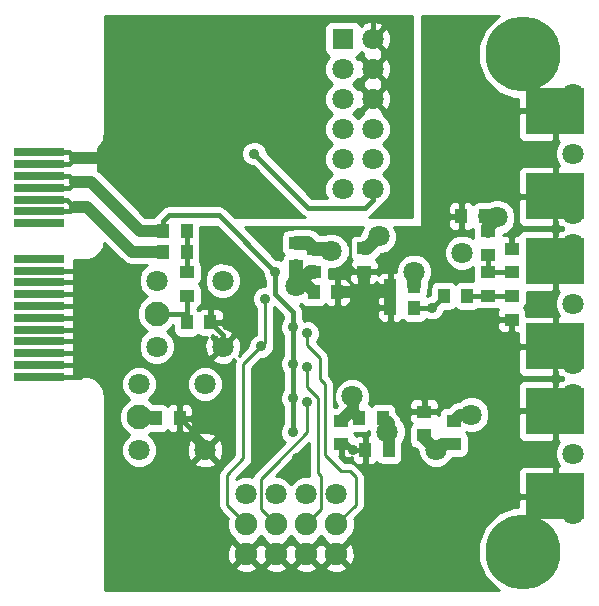
<source format=gbl>
G04 #@! TF.FileFunction,Copper,L2,Bot,Signal*
%FSLAX46Y46*%
G04 Gerber Fmt 4.6, Leading zero omitted, Abs format (unit mm)*
G04 Created by KiCad (PCBNEW 0.201509221857+6208~30~ubuntu14.04.1-product) date Thu 24 Sep 2015 08:06:42 PM PDT*
%MOMM*%
G01*
G04 APERTURE LIST*
%ADD10C,0.100000*%
%ADD11C,1.800000*%
%ADD12R,5.000000X3.960000*%
%ADD13C,1.900000*%
%ADD14C,6.350000*%
%ADD15R,4.200000X0.700000*%
%ADD16R,1.000000X1.250000*%
%ADD17R,1.250000X1.000000*%
%ADD18R,1.800000X1.800000*%
%ADD19C,2.100000*%
%ADD20C,0.889000*%
%ADD21C,0.250000*%
%ADD22C,0.400000*%
%ADD23C,1.000000*%
%ADD24C,1.200000*%
%ADD25C,0.254000*%
G04 APERTURE END LIST*
D10*
D11*
X48750000Y-42789000D03*
X48750000Y-32629000D03*
D12*
X47243000Y-34089000D03*
X47243000Y-41329000D03*
D11*
X48750000Y-40249000D03*
X48750000Y-35169000D03*
X48750000Y-37709000D03*
X48750000Y-30089000D03*
X48750000Y-19929000D03*
D12*
X47243000Y-21389000D03*
X47243000Y-28629000D03*
D11*
X48750000Y-27549000D03*
X48750000Y-22469000D03*
X48750000Y-25009000D03*
X48750000Y-17389000D03*
X48750000Y-7229000D03*
D12*
X47243000Y-8689000D03*
X47243000Y-15929000D03*
D11*
X48750000Y-14849000D03*
X48750000Y-9769000D03*
X48750000Y-12309000D03*
X40150000Y-34400000D03*
X37150000Y-37400000D03*
X30050000Y-32850000D03*
X33050000Y-35850000D03*
X39350000Y-20700000D03*
X42350000Y-17700000D03*
X32292000Y-19303000D03*
X35292000Y-22303000D03*
X25292000Y-23553000D03*
X28292000Y-20553000D03*
D13*
X21064000Y-43678000D03*
X23604000Y-43678000D03*
X26144000Y-43678000D03*
X28684000Y-43678000D03*
D14*
X44550000Y-46000000D03*
X44550000Y-3900000D03*
D15*
X3550000Y-31200000D03*
X3550000Y-30200000D03*
X3550000Y-29200000D03*
X3550000Y-28200000D03*
X3550000Y-27200000D03*
X3550000Y-26200000D03*
X3550000Y-25200000D03*
X3550000Y-24200000D03*
X3550000Y-23200000D03*
X3550000Y-22200000D03*
X3550000Y-21200000D03*
X3550000Y-18200000D03*
X3550000Y-17200000D03*
X3550000Y-16200000D03*
X3550000Y-15200000D03*
X3550000Y-14200000D03*
X3550000Y-13200000D03*
X3550000Y-12200000D03*
D16*
X26792000Y-24053000D03*
X28792000Y-24053000D03*
D17*
X31042000Y-20303000D03*
X31042000Y-22303000D03*
D16*
X35292000Y-23553000D03*
X33292000Y-23553000D03*
X41300000Y-17600000D03*
X39300000Y-17600000D03*
D17*
X25300000Y-19850000D03*
X25300000Y-21850000D03*
X26800000Y-20350000D03*
X26800000Y-22350000D03*
D16*
X16050000Y-26600000D03*
X18050000Y-26600000D03*
X13450000Y-34700000D03*
X15450000Y-34700000D03*
D17*
X29150000Y-34900000D03*
X29150000Y-36900000D03*
D16*
X33150000Y-37400000D03*
X31150000Y-37400000D03*
D17*
X36150000Y-36150000D03*
X36150000Y-34150000D03*
D16*
X32650000Y-34650000D03*
X30650000Y-34650000D03*
D17*
X38650000Y-36900000D03*
X38650000Y-34900000D03*
X16050000Y-24350000D03*
X16050000Y-22350000D03*
D16*
X14050000Y-18850000D03*
X16050000Y-18850000D03*
X14050000Y-20600000D03*
X16050000Y-20600000D03*
X35300000Y-25350000D03*
X33300000Y-25350000D03*
X39800000Y-24350000D03*
X37800000Y-24350000D03*
D17*
X43550000Y-24350000D03*
X43550000Y-26350000D03*
X41550000Y-22350000D03*
X41550000Y-24350000D03*
X41550000Y-20850000D03*
X41550000Y-18850000D03*
X43550000Y-22350000D03*
X43550000Y-20350000D03*
D18*
X29250000Y-2600000D03*
D11*
X29250000Y-5140000D03*
X29250000Y-7680000D03*
X29250000Y-10220000D03*
X29250000Y-12760000D03*
X29250000Y-15300000D03*
X31790000Y-2600000D03*
X31790000Y-5140000D03*
X31790000Y-7680000D03*
X31790000Y-10220000D03*
X31790000Y-12760000D03*
X31790000Y-15300000D03*
X21064000Y-41138000D03*
X23604000Y-41138000D03*
X26144000Y-41138000D03*
X28684000Y-41138000D03*
D13*
X28684000Y-46218000D03*
X26144000Y-46218000D03*
X23604000Y-46218000D03*
X21064000Y-46218000D03*
D11*
X12006000Y-31806000D03*
D19*
X12006000Y-34600000D03*
D11*
X12006000Y-37394000D03*
X17594000Y-37394000D03*
X17594000Y-31806000D03*
X13506000Y-23056000D03*
D19*
X13506000Y-25850000D03*
D11*
X13506000Y-28644000D03*
X19094000Y-28644000D03*
X19094000Y-23056000D03*
D20*
X29850000Y-18900000D03*
X10550000Y-28500000D03*
X6850000Y-22200000D03*
X6850000Y-25200000D03*
X31042000Y-24053000D03*
X21150000Y-21700000D03*
X37150000Y-32100000D03*
X30150000Y-37400000D03*
X25350000Y-38100000D03*
X23050000Y-36400000D03*
X28550000Y-27600000D03*
X28550000Y-30500000D03*
X23550000Y-22300000D03*
X25050000Y-27000000D03*
X25050000Y-35900000D03*
X25050000Y-33000000D03*
X25050000Y-30100000D03*
X10050000Y-2300000D03*
X13450000Y-2300000D03*
X16850000Y-2300000D03*
X16850000Y-14900000D03*
X22650000Y-24600000D03*
X22350000Y-28600000D03*
X26250000Y-27500000D03*
X26250000Y-30400000D03*
X26250000Y-33300000D03*
X36800000Y-25350000D03*
X21750000Y-12300000D03*
D21*
X31042000Y-22303000D02*
X30353000Y-22303000D01*
X29850000Y-21800000D02*
X29850000Y-18900000D01*
X30353000Y-22303000D02*
X29850000Y-21800000D01*
D22*
X6600000Y-31200000D02*
X7050000Y-31200000D01*
X3550000Y-31200000D02*
X6600000Y-31200000D01*
X7050000Y-31200000D02*
X7550000Y-30700000D01*
D23*
X31042000Y-22303000D02*
X31042000Y-24053000D01*
X28792000Y-24053000D02*
X32792000Y-24053000D01*
X32792000Y-24053000D02*
X33292000Y-23553000D01*
X33292000Y-23553000D02*
X33292000Y-25342000D01*
X33292000Y-25342000D02*
X33300000Y-25350000D01*
D22*
X36150000Y-34150000D02*
X36150000Y-33100000D01*
X36150000Y-33100000D02*
X37150000Y-32100000D01*
X29150000Y-36900000D02*
X29650000Y-36900000D01*
X29650000Y-36900000D02*
X30150000Y-37400000D01*
X31150000Y-37400000D02*
X30150000Y-37400000D01*
X17594000Y-37394000D02*
X17594000Y-36844000D01*
X17594000Y-36844000D02*
X15450000Y-34700000D01*
X19094000Y-28644000D02*
X19094000Y-27644000D01*
X19094000Y-27644000D02*
X18050000Y-26600000D01*
X3550000Y-25200000D02*
X6650000Y-25200000D01*
X3550000Y-29200000D02*
X6600000Y-29200000D01*
X3550000Y-28200000D02*
X6650000Y-28200000D01*
X3550000Y-27200000D02*
X6650000Y-27200000D01*
X3550000Y-26200000D02*
X6650000Y-26200000D01*
X3550000Y-24200000D02*
X6600000Y-24200000D01*
X6600000Y-24200000D02*
X6650000Y-24150000D01*
X3550000Y-23200000D02*
X6700000Y-23200000D01*
X3550000Y-22200000D02*
X6700000Y-22200000D01*
X3550000Y-30200000D02*
X6600000Y-30200000D01*
D23*
X25292000Y-23553000D02*
X26292000Y-23553000D01*
X26292000Y-23553000D02*
X26792000Y-24053000D01*
D24*
X26800000Y-22350000D02*
X26495000Y-22350000D01*
X26495000Y-22350000D02*
X25292000Y-23553000D01*
X25300000Y-21850000D02*
X25300000Y-23545000D01*
X25300000Y-23545000D02*
X25292000Y-23553000D01*
X25300000Y-19850000D02*
X26300000Y-19850000D01*
X26300000Y-19850000D02*
X26800000Y-20350000D01*
X26800000Y-20350000D02*
X28089000Y-20350000D01*
X28089000Y-20350000D02*
X28292000Y-20553000D01*
X31042000Y-20303000D02*
X31292000Y-20303000D01*
X31292000Y-20303000D02*
X32292000Y-19303000D01*
X35292000Y-23553000D02*
X35292000Y-22303000D01*
D22*
X16050000Y-22350000D02*
X16050000Y-20600000D01*
X16050000Y-20600000D02*
X16050000Y-18850000D01*
X13506000Y-25850000D02*
X16050000Y-25850000D01*
X16050000Y-24350000D02*
X16050000Y-25850000D01*
X16050000Y-25850000D02*
X16050000Y-26600000D01*
X12006000Y-34600000D02*
X13350000Y-34600000D01*
X13350000Y-34600000D02*
X13450000Y-34700000D01*
X12256000Y-34850000D02*
X12006000Y-34600000D01*
D23*
X30150000Y-33150000D02*
X30150000Y-34150000D01*
X30150000Y-34150000D02*
X30650000Y-34650000D01*
X30150000Y-33150000D02*
X30150000Y-33900000D01*
X30150000Y-33900000D02*
X29150000Y-34900000D01*
D22*
X30150000Y-33900000D02*
X29150000Y-34900000D01*
X30150000Y-34150000D02*
X30650000Y-34650000D01*
D23*
X33150000Y-37400000D02*
X33150000Y-36150000D01*
X33150000Y-36150000D02*
X33150000Y-35150000D01*
X33150000Y-35150000D02*
X32650000Y-34650000D01*
X40150000Y-34400000D02*
X39150000Y-34400000D01*
X39150000Y-34400000D02*
X38650000Y-34900000D01*
D22*
X33150000Y-35150000D02*
X32650000Y-34650000D01*
D23*
X36150000Y-36150000D02*
X36150000Y-36400000D01*
X36150000Y-36400000D02*
X37150000Y-37400000D01*
X38650000Y-36900000D02*
X37650000Y-36900000D01*
X37650000Y-36900000D02*
X37150000Y-37400000D01*
D22*
X3550000Y-17200000D02*
X6150000Y-17200000D01*
X6150000Y-17200000D02*
X6550000Y-16800000D01*
X3550000Y-16200000D02*
X5950000Y-16200000D01*
D23*
X11450000Y-20600000D02*
X14050000Y-20600000D01*
X11450000Y-20600000D02*
X7650000Y-16800000D01*
X6550000Y-16800000D02*
X7650000Y-16800000D01*
D22*
X5950000Y-16200000D02*
X6550000Y-16800000D01*
X14050000Y-18850000D02*
X14050000Y-18000000D01*
X18750000Y-17500000D02*
X23550000Y-22300000D01*
X14550000Y-17500000D02*
X18750000Y-17500000D01*
X14050000Y-18000000D02*
X14550000Y-17500000D01*
X3550000Y-14200000D02*
X6050000Y-14200000D01*
X6050000Y-14200000D02*
X6550000Y-14700000D01*
X3550000Y-15200000D02*
X6050000Y-15200000D01*
D23*
X12100000Y-18850000D02*
X7950000Y-14700000D01*
X7950000Y-14700000D02*
X6550000Y-14700000D01*
X12100000Y-18850000D02*
X14050000Y-18850000D01*
D22*
X6050000Y-15200000D02*
X6550000Y-14700000D01*
X23550000Y-22300000D02*
X23550000Y-24200000D01*
X23550000Y-24200000D02*
X25050000Y-25700000D01*
X25050000Y-25700000D02*
X25050000Y-27000000D01*
X25050000Y-30100000D02*
X25050000Y-27000000D01*
X25050000Y-30100000D02*
X25050000Y-33000000D01*
X25050000Y-33000000D02*
X25050000Y-35900000D01*
X31790000Y-2600000D02*
X31790000Y-840000D01*
X31790000Y-840000D02*
X31750000Y-800000D01*
X13450000Y-2300000D02*
X10050000Y-2300000D01*
X16850000Y-14900000D02*
X16850000Y-2300000D01*
X3550000Y-12200000D02*
X6050000Y-12200000D01*
X6050000Y-12200000D02*
X6550000Y-12700000D01*
X3550000Y-13200000D02*
X6050000Y-13200000D01*
D23*
X6550000Y-12700000D02*
X8950000Y-12700000D01*
D22*
X6050000Y-13200000D02*
X6550000Y-12700000D01*
D21*
X20850000Y-30100000D02*
X20850000Y-38100000D01*
X22350000Y-28600000D02*
X20850000Y-30100000D01*
X19450000Y-42064000D02*
X21064000Y-43678000D01*
X19450000Y-39500000D02*
X19450000Y-42064000D01*
X20850000Y-38100000D02*
X19450000Y-39500000D01*
X22650000Y-24600000D02*
X22650000Y-28300000D01*
X22650000Y-28300000D02*
X22350000Y-28600000D01*
X27750000Y-31800000D02*
X27750000Y-37800000D01*
X26250000Y-28500000D02*
X27350000Y-29600000D01*
X27350000Y-29600000D02*
X27350000Y-31400000D01*
X27350000Y-31400000D02*
X27750000Y-31800000D01*
X26250000Y-27500000D02*
X26250000Y-28500000D01*
X30350000Y-42012000D02*
X28684000Y-43678000D01*
X30350000Y-39700000D02*
X30350000Y-42012000D01*
X29850000Y-39200000D02*
X30350000Y-39700000D01*
X29150000Y-39200000D02*
X29850000Y-39200000D01*
X27750000Y-37800000D02*
X29150000Y-39200000D01*
X27150000Y-36600000D02*
X27150000Y-39350000D01*
X26250000Y-30400000D02*
X26250000Y-32100000D01*
X27150000Y-33000000D02*
X27150000Y-35900000D01*
X26250000Y-32100000D02*
X27150000Y-33000000D01*
X27150000Y-35900000D02*
X27150000Y-36600000D01*
X27414000Y-42408000D02*
X27414000Y-39614000D01*
X27414000Y-42408000D02*
X26144000Y-43678000D01*
X27150000Y-39350000D02*
X27414000Y-39614000D01*
X22334000Y-39816000D02*
X23604000Y-38546000D01*
X26250000Y-35900000D02*
X23604000Y-38546000D01*
X26250000Y-33300000D02*
X26250000Y-35900000D01*
X23604000Y-43678000D02*
X22334000Y-42408000D01*
X22334000Y-42408000D02*
X22334000Y-39816000D01*
D22*
X35300000Y-25350000D02*
X36800000Y-25350000D01*
X36800000Y-25350000D02*
X37800000Y-24350000D01*
X41550000Y-24350000D02*
X39800000Y-24350000D01*
X43550000Y-24350000D02*
X41550000Y-24350000D01*
X41550000Y-22350000D02*
X43550000Y-22350000D01*
X41550000Y-20850000D02*
X41550000Y-22350000D01*
D24*
X41550000Y-18850000D02*
X41550000Y-18500000D01*
X41550000Y-18500000D02*
X42350000Y-17700000D01*
X42350000Y-17700000D02*
X41400000Y-17700000D01*
X41400000Y-17700000D02*
X41300000Y-17600000D01*
D22*
X31790000Y-16260000D02*
X31790000Y-15300000D01*
X31150000Y-16900000D02*
X31790000Y-16260000D01*
X26350000Y-16900000D02*
X31150000Y-16900000D01*
X21750000Y-12300000D02*
X26350000Y-16900000D01*
D25*
G36*
X35123000Y-17673000D02*
X31461693Y-17673000D01*
X31469541Y-17671439D01*
X31740434Y-17490434D01*
X32380434Y-16850434D01*
X32503679Y-16665985D01*
X32658371Y-16602068D01*
X33090551Y-16170643D01*
X33324733Y-15606670D01*
X33325265Y-14996009D01*
X33092068Y-14431629D01*
X32690818Y-14029677D01*
X33090551Y-13630643D01*
X33324733Y-13066670D01*
X33325265Y-12456009D01*
X33092068Y-11891629D01*
X32690818Y-11489677D01*
X33090551Y-11090643D01*
X33324733Y-10526670D01*
X33325265Y-9916009D01*
X33092068Y-9351629D01*
X32660643Y-8919449D01*
X32639806Y-8910797D01*
X32690554Y-8760159D01*
X31790000Y-7859605D01*
X30889446Y-8760159D01*
X30940035Y-8910327D01*
X30921629Y-8917932D01*
X30519677Y-9319182D01*
X30150818Y-8949677D01*
X30550551Y-8550643D01*
X30559203Y-8529806D01*
X30709841Y-8580554D01*
X31610395Y-7680000D01*
X31969605Y-7680000D01*
X32870159Y-8580554D01*
X33126643Y-8494148D01*
X33336458Y-7920664D01*
X33310839Y-7310540D01*
X33126643Y-6865852D01*
X32870159Y-6779446D01*
X31969605Y-7680000D01*
X31610395Y-7680000D01*
X30709841Y-6779446D01*
X30559673Y-6830035D01*
X30552068Y-6811629D01*
X30150818Y-6409677D01*
X30340667Y-6220159D01*
X30889446Y-6220159D01*
X30953401Y-6410000D01*
X30889446Y-6599841D01*
X31790000Y-7500395D01*
X32690554Y-6599841D01*
X32626599Y-6410000D01*
X32690554Y-6220159D01*
X31790000Y-5319605D01*
X30889446Y-6220159D01*
X30340667Y-6220159D01*
X30550551Y-6010643D01*
X30559203Y-5989806D01*
X30709841Y-6040554D01*
X31610395Y-5140000D01*
X31969605Y-5140000D01*
X32870159Y-6040554D01*
X33126643Y-5954148D01*
X33336458Y-5380664D01*
X33310839Y-4770540D01*
X33126643Y-4325852D01*
X32870159Y-4239446D01*
X31969605Y-5140000D01*
X31610395Y-5140000D01*
X30709841Y-4239446D01*
X30559673Y-4290035D01*
X30552068Y-4271629D01*
X30384120Y-4103387D01*
X30385317Y-4103162D01*
X30601441Y-3964090D01*
X30740598Y-3760426D01*
X30774890Y-3794718D01*
X30889447Y-3680161D01*
X30953401Y-3870000D01*
X30889446Y-4059841D01*
X31790000Y-4960395D01*
X32690554Y-4059841D01*
X32626599Y-3870000D01*
X32690554Y-3680159D01*
X31790000Y-2779605D01*
X31775858Y-2793748D01*
X31596253Y-2614143D01*
X31610395Y-2600000D01*
X31969605Y-2600000D01*
X32870159Y-3500554D01*
X33126643Y-3414148D01*
X33336458Y-2840664D01*
X33310839Y-2230540D01*
X33126643Y-1785852D01*
X32870159Y-1699446D01*
X31969605Y-2600000D01*
X31610395Y-2600000D01*
X31596253Y-2585858D01*
X31775858Y-2406253D01*
X31790000Y-2420395D01*
X32690554Y-1519841D01*
X32604148Y-1263357D01*
X32030664Y-1053542D01*
X31420540Y-1079161D01*
X30975852Y-1263357D01*
X30889447Y-1519839D01*
X30774890Y-1405282D01*
X30738412Y-1441760D01*
X30614090Y-1248559D01*
X30401890Y-1103569D01*
X30150000Y-1052560D01*
X28350000Y-1052560D01*
X28114683Y-1096838D01*
X27898559Y-1235910D01*
X27753569Y-1448110D01*
X27702560Y-1700000D01*
X27702560Y-3500000D01*
X27746838Y-3735317D01*
X27885910Y-3951441D01*
X28098110Y-4096431D01*
X28118534Y-4100567D01*
X27949449Y-4269357D01*
X27715267Y-4833330D01*
X27714735Y-5443991D01*
X27947932Y-6008371D01*
X28349182Y-6410323D01*
X27949449Y-6809357D01*
X27715267Y-7373330D01*
X27714735Y-7983991D01*
X27947932Y-8548371D01*
X28349182Y-8950323D01*
X27949449Y-9349357D01*
X27715267Y-9913330D01*
X27714735Y-10523991D01*
X27947932Y-11088371D01*
X28349182Y-11490323D01*
X27949449Y-11889357D01*
X27715267Y-12453330D01*
X27714735Y-13063991D01*
X27947932Y-13628371D01*
X28349182Y-14030323D01*
X27949449Y-14429357D01*
X27715267Y-14993330D01*
X27714735Y-15603991D01*
X27905220Y-16065000D01*
X26695868Y-16065000D01*
X22829589Y-12198721D01*
X22829687Y-12086216D01*
X22665689Y-11689311D01*
X22362286Y-11385378D01*
X21965668Y-11220687D01*
X21536216Y-11220313D01*
X21139311Y-11384311D01*
X20835378Y-11687714D01*
X20670687Y-12084332D01*
X20670313Y-12513784D01*
X20834311Y-12910689D01*
X21137714Y-13214622D01*
X21534332Y-13379313D01*
X21648544Y-13379412D01*
X25759566Y-17490434D01*
X26030459Y-17671439D01*
X26038307Y-17673000D01*
X20103868Y-17673000D01*
X19340434Y-16909566D01*
X19326117Y-16900000D01*
X19069541Y-16728561D01*
X18750000Y-16665000D01*
X14550000Y-16665000D01*
X14230460Y-16728560D01*
X13959566Y-16909566D01*
X13459566Y-17409566D01*
X13318169Y-17621182D01*
X13314683Y-17621838D01*
X13235175Y-17673000D01*
X12528132Y-17673000D01*
X8752566Y-13897434D01*
X8577000Y-13780124D01*
X8577000Y-11811142D01*
X8619071Y-11769071D01*
X8708048Y-11680095D01*
X8913983Y-11371893D01*
X8945833Y-11295000D01*
X9010293Y-11139382D01*
X9082607Y-10775833D01*
X9082607Y-10712305D01*
X9095000Y-10650000D01*
X9095000Y-645000D01*
X35123000Y-645000D01*
X35123000Y-17673000D01*
X35123000Y-17673000D01*
G37*
X35123000Y-17673000D02*
X31461693Y-17673000D01*
X31469541Y-17671439D01*
X31740434Y-17490434D01*
X32380434Y-16850434D01*
X32503679Y-16665985D01*
X32658371Y-16602068D01*
X33090551Y-16170643D01*
X33324733Y-15606670D01*
X33325265Y-14996009D01*
X33092068Y-14431629D01*
X32690818Y-14029677D01*
X33090551Y-13630643D01*
X33324733Y-13066670D01*
X33325265Y-12456009D01*
X33092068Y-11891629D01*
X32690818Y-11489677D01*
X33090551Y-11090643D01*
X33324733Y-10526670D01*
X33325265Y-9916009D01*
X33092068Y-9351629D01*
X32660643Y-8919449D01*
X32639806Y-8910797D01*
X32690554Y-8760159D01*
X31790000Y-7859605D01*
X30889446Y-8760159D01*
X30940035Y-8910327D01*
X30921629Y-8917932D01*
X30519677Y-9319182D01*
X30150818Y-8949677D01*
X30550551Y-8550643D01*
X30559203Y-8529806D01*
X30709841Y-8580554D01*
X31610395Y-7680000D01*
X31969605Y-7680000D01*
X32870159Y-8580554D01*
X33126643Y-8494148D01*
X33336458Y-7920664D01*
X33310839Y-7310540D01*
X33126643Y-6865852D01*
X32870159Y-6779446D01*
X31969605Y-7680000D01*
X31610395Y-7680000D01*
X30709841Y-6779446D01*
X30559673Y-6830035D01*
X30552068Y-6811629D01*
X30150818Y-6409677D01*
X30340667Y-6220159D01*
X30889446Y-6220159D01*
X30953401Y-6410000D01*
X30889446Y-6599841D01*
X31790000Y-7500395D01*
X32690554Y-6599841D01*
X32626599Y-6410000D01*
X32690554Y-6220159D01*
X31790000Y-5319605D01*
X30889446Y-6220159D01*
X30340667Y-6220159D01*
X30550551Y-6010643D01*
X30559203Y-5989806D01*
X30709841Y-6040554D01*
X31610395Y-5140000D01*
X31969605Y-5140000D01*
X32870159Y-6040554D01*
X33126643Y-5954148D01*
X33336458Y-5380664D01*
X33310839Y-4770540D01*
X33126643Y-4325852D01*
X32870159Y-4239446D01*
X31969605Y-5140000D01*
X31610395Y-5140000D01*
X30709841Y-4239446D01*
X30559673Y-4290035D01*
X30552068Y-4271629D01*
X30384120Y-4103387D01*
X30385317Y-4103162D01*
X30601441Y-3964090D01*
X30740598Y-3760426D01*
X30774890Y-3794718D01*
X30889447Y-3680161D01*
X30953401Y-3870000D01*
X30889446Y-4059841D01*
X31790000Y-4960395D01*
X32690554Y-4059841D01*
X32626599Y-3870000D01*
X32690554Y-3680159D01*
X31790000Y-2779605D01*
X31775858Y-2793748D01*
X31596253Y-2614143D01*
X31610395Y-2600000D01*
X31969605Y-2600000D01*
X32870159Y-3500554D01*
X33126643Y-3414148D01*
X33336458Y-2840664D01*
X33310839Y-2230540D01*
X33126643Y-1785852D01*
X32870159Y-1699446D01*
X31969605Y-2600000D01*
X31610395Y-2600000D01*
X31596253Y-2585858D01*
X31775858Y-2406253D01*
X31790000Y-2420395D01*
X32690554Y-1519841D01*
X32604148Y-1263357D01*
X32030664Y-1053542D01*
X31420540Y-1079161D01*
X30975852Y-1263357D01*
X30889447Y-1519839D01*
X30774890Y-1405282D01*
X30738412Y-1441760D01*
X30614090Y-1248559D01*
X30401890Y-1103569D01*
X30150000Y-1052560D01*
X28350000Y-1052560D01*
X28114683Y-1096838D01*
X27898559Y-1235910D01*
X27753569Y-1448110D01*
X27702560Y-1700000D01*
X27702560Y-3500000D01*
X27746838Y-3735317D01*
X27885910Y-3951441D01*
X28098110Y-4096431D01*
X28118534Y-4100567D01*
X27949449Y-4269357D01*
X27715267Y-4833330D01*
X27714735Y-5443991D01*
X27947932Y-6008371D01*
X28349182Y-6410323D01*
X27949449Y-6809357D01*
X27715267Y-7373330D01*
X27714735Y-7983991D01*
X27947932Y-8548371D01*
X28349182Y-8950323D01*
X27949449Y-9349357D01*
X27715267Y-9913330D01*
X27714735Y-10523991D01*
X27947932Y-11088371D01*
X28349182Y-11490323D01*
X27949449Y-11889357D01*
X27715267Y-12453330D01*
X27714735Y-13063991D01*
X27947932Y-13628371D01*
X28349182Y-14030323D01*
X27949449Y-14429357D01*
X27715267Y-14993330D01*
X27714735Y-15603991D01*
X27905220Y-16065000D01*
X26695868Y-16065000D01*
X22829589Y-12198721D01*
X22829687Y-12086216D01*
X22665689Y-11689311D01*
X22362286Y-11385378D01*
X21965668Y-11220687D01*
X21536216Y-11220313D01*
X21139311Y-11384311D01*
X20835378Y-11687714D01*
X20670687Y-12084332D01*
X20670313Y-12513784D01*
X20834311Y-12910689D01*
X21137714Y-13214622D01*
X21534332Y-13379313D01*
X21648544Y-13379412D01*
X25759566Y-17490434D01*
X26030459Y-17671439D01*
X26038307Y-17673000D01*
X20103868Y-17673000D01*
X19340434Y-16909566D01*
X19326117Y-16900000D01*
X19069541Y-16728561D01*
X18750000Y-16665000D01*
X14550000Y-16665000D01*
X14230460Y-16728560D01*
X13959566Y-16909566D01*
X13459566Y-17409566D01*
X13318169Y-17621182D01*
X13314683Y-17621838D01*
X13235175Y-17673000D01*
X12528132Y-17673000D01*
X8752566Y-13897434D01*
X8577000Y-13780124D01*
X8577000Y-11811142D01*
X8619071Y-11769071D01*
X8708048Y-11680095D01*
X8913983Y-11371893D01*
X8945833Y-11295000D01*
X9010293Y-11139382D01*
X9082607Y-10775833D01*
X9082607Y-10712305D01*
X9095000Y-10650000D01*
X9095000Y-645000D01*
X35123000Y-645000D01*
X35123000Y-17673000D01*
G36*
X42394628Y-668156D02*
X41321923Y-1738991D01*
X40740663Y-3138819D01*
X40739340Y-4654531D01*
X41318156Y-6055372D01*
X42388991Y-7128077D01*
X43788819Y-7709337D01*
X44108000Y-7709616D01*
X44108000Y-8403250D01*
X44266750Y-8562000D01*
X47116000Y-8562000D01*
X47116000Y-8542000D01*
X47370000Y-8542000D01*
X47370000Y-8562000D01*
X47390000Y-8562000D01*
X47390000Y-8816000D01*
X47370000Y-8816000D01*
X47370000Y-9073359D01*
X47203542Y-9528336D01*
X47229161Y-10138460D01*
X47370000Y-10478475D01*
X47370000Y-11145250D01*
X47528750Y-11304000D01*
X47584041Y-11304000D01*
X47449449Y-11438357D01*
X47215267Y-12002330D01*
X47214735Y-12612991D01*
X47447932Y-13177371D01*
X47584322Y-13314000D01*
X47528750Y-13314000D01*
X47370000Y-13472750D01*
X47370000Y-14153359D01*
X47203542Y-14608336D01*
X47229161Y-15218460D01*
X47370000Y-15558475D01*
X47370000Y-15802000D01*
X47390000Y-15802000D01*
X47390000Y-16056000D01*
X47370000Y-16056000D01*
X47370000Y-16693359D01*
X47203542Y-17148336D01*
X47229161Y-17758460D01*
X47370000Y-18098475D01*
X47370000Y-18385250D01*
X47528750Y-18544000D01*
X47695172Y-18544000D01*
X47734890Y-18583718D01*
X47774608Y-18544000D01*
X47874659Y-18544000D01*
X47913401Y-18659000D01*
X47874659Y-18774000D01*
X47774608Y-18774000D01*
X47734890Y-18734282D01*
X47695172Y-18774000D01*
X47528750Y-18774000D01*
X47370000Y-18932750D01*
X47370000Y-19233359D01*
X47203542Y-19688336D01*
X47229161Y-20298460D01*
X47370000Y-20638475D01*
X47370000Y-21262000D01*
X47390000Y-21262000D01*
X47390000Y-21516000D01*
X47370000Y-21516000D01*
X47370000Y-21773359D01*
X47203542Y-22228336D01*
X47229161Y-22838460D01*
X47370000Y-23178475D01*
X47370000Y-23845250D01*
X47528750Y-24004000D01*
X47584041Y-24004000D01*
X47449449Y-24138357D01*
X47215267Y-24702330D01*
X47214735Y-25312991D01*
X47447932Y-25877371D01*
X47584322Y-26014000D01*
X47528750Y-26014000D01*
X47370000Y-26172750D01*
X47370000Y-26853359D01*
X47203542Y-27308336D01*
X47229161Y-27918460D01*
X47370000Y-28258475D01*
X47370000Y-28502000D01*
X47390000Y-28502000D01*
X47390000Y-28756000D01*
X47370000Y-28756000D01*
X47370000Y-29393359D01*
X47203542Y-29848336D01*
X47229161Y-30458460D01*
X47370000Y-30798475D01*
X47370000Y-31085250D01*
X47528750Y-31244000D01*
X47695172Y-31244000D01*
X47734890Y-31283718D01*
X47774608Y-31244000D01*
X47874659Y-31244000D01*
X47913401Y-31359000D01*
X47874659Y-31474000D01*
X47774608Y-31474000D01*
X47734890Y-31434282D01*
X47695172Y-31474000D01*
X47528750Y-31474000D01*
X47370000Y-31632750D01*
X47370000Y-31933359D01*
X47203542Y-32388336D01*
X47229161Y-32998460D01*
X47370000Y-33338475D01*
X47370000Y-33962000D01*
X47390000Y-33962000D01*
X47390000Y-34216000D01*
X47370000Y-34216000D01*
X47370000Y-34473359D01*
X47203542Y-34928336D01*
X47229161Y-35538460D01*
X47370000Y-35878475D01*
X47370000Y-36545250D01*
X47528750Y-36704000D01*
X47584041Y-36704000D01*
X47449449Y-36838357D01*
X47215267Y-37402330D01*
X47214735Y-38012991D01*
X47447932Y-38577371D01*
X47584322Y-38714000D01*
X47528750Y-38714000D01*
X47370000Y-38872750D01*
X47370000Y-39553359D01*
X47203542Y-40008336D01*
X47229161Y-40618460D01*
X47370000Y-40958475D01*
X47370000Y-41202000D01*
X47390000Y-41202000D01*
X47390000Y-41456000D01*
X47370000Y-41456000D01*
X47370000Y-41476000D01*
X47116000Y-41476000D01*
X47116000Y-41456000D01*
X44266750Y-41456000D01*
X44108000Y-41614750D01*
X44108000Y-42189613D01*
X43795469Y-42189340D01*
X42394628Y-42768156D01*
X41321923Y-43838991D01*
X40740663Y-45238819D01*
X40739340Y-46754531D01*
X41318156Y-48155372D01*
X42388991Y-49228077D01*
X42453829Y-49255000D01*
X9095000Y-49255000D01*
X9095000Y-47334350D01*
X20127255Y-47334350D01*
X20219792Y-47596019D01*
X20811398Y-47814188D01*
X21441461Y-47789352D01*
X21908208Y-47596019D01*
X22000745Y-47334350D01*
X22667255Y-47334350D01*
X22759792Y-47596019D01*
X23351398Y-47814188D01*
X23981461Y-47789352D01*
X24448208Y-47596019D01*
X24540745Y-47334350D01*
X25207255Y-47334350D01*
X25299792Y-47596019D01*
X25891398Y-47814188D01*
X26521461Y-47789352D01*
X26988208Y-47596019D01*
X27080745Y-47334350D01*
X27747255Y-47334350D01*
X27839792Y-47596019D01*
X28431398Y-47814188D01*
X29061461Y-47789352D01*
X29528208Y-47596019D01*
X29620745Y-47334350D01*
X28684000Y-46397605D01*
X27747255Y-47334350D01*
X27080745Y-47334350D01*
X26144000Y-46397605D01*
X25207255Y-47334350D01*
X24540745Y-47334350D01*
X23604000Y-46397605D01*
X22667255Y-47334350D01*
X22000745Y-47334350D01*
X21064000Y-46397605D01*
X20127255Y-47334350D01*
X9095000Y-47334350D01*
X9095000Y-45965398D01*
X19467812Y-45965398D01*
X19492648Y-46595461D01*
X19685981Y-47062208D01*
X19947650Y-47154745D01*
X20884395Y-46218000D01*
X21243605Y-46218000D01*
X22180350Y-47154745D01*
X22334000Y-47100408D01*
X22487650Y-47154745D01*
X23424395Y-46218000D01*
X23783605Y-46218000D01*
X24720350Y-47154745D01*
X24874000Y-47100408D01*
X25027650Y-47154745D01*
X25964395Y-46218000D01*
X26323605Y-46218000D01*
X27260350Y-47154745D01*
X27414000Y-47100408D01*
X27567650Y-47154745D01*
X28504395Y-46218000D01*
X28863605Y-46218000D01*
X29800350Y-47154745D01*
X30062019Y-47062208D01*
X30280188Y-46470602D01*
X30255352Y-45840539D01*
X30062019Y-45373792D01*
X29800350Y-45281255D01*
X28863605Y-46218000D01*
X28504395Y-46218000D01*
X27567650Y-45281255D01*
X27414000Y-45335592D01*
X27260350Y-45281255D01*
X26323605Y-46218000D01*
X25964395Y-46218000D01*
X25027650Y-45281255D01*
X24874000Y-45335592D01*
X24720350Y-45281255D01*
X23783605Y-46218000D01*
X23424395Y-46218000D01*
X22487650Y-45281255D01*
X22334000Y-45335592D01*
X22180350Y-45281255D01*
X21243605Y-46218000D01*
X20884395Y-46218000D01*
X19947650Y-45281255D01*
X19685981Y-45373792D01*
X19467812Y-45965398D01*
X9095000Y-45965398D01*
X9095000Y-34933697D01*
X10320708Y-34933697D01*
X10576694Y-35553229D01*
X11050278Y-36027640D01*
X11171453Y-36077956D01*
X11137629Y-36091932D01*
X10705449Y-36523357D01*
X10471267Y-37087330D01*
X10470735Y-37697991D01*
X10703932Y-38262371D01*
X11135357Y-38694551D01*
X11699330Y-38928733D01*
X12309991Y-38929265D01*
X12874371Y-38696068D01*
X13096668Y-38474159D01*
X16693446Y-38474159D01*
X16779852Y-38730643D01*
X17353336Y-38940458D01*
X17963460Y-38914839D01*
X18408148Y-38730643D01*
X18494554Y-38474159D01*
X17594000Y-37573605D01*
X16693446Y-38474159D01*
X13096668Y-38474159D01*
X13306551Y-38264643D01*
X13540733Y-37700670D01*
X13541209Y-37153336D01*
X16047542Y-37153336D01*
X16073161Y-37763460D01*
X16257357Y-38208148D01*
X16513841Y-38294554D01*
X17414395Y-37394000D01*
X17773605Y-37394000D01*
X18674159Y-38294554D01*
X18930643Y-38208148D01*
X19140458Y-37634664D01*
X19114839Y-37024540D01*
X18930643Y-36579852D01*
X18674159Y-36493446D01*
X17773605Y-37394000D01*
X17414395Y-37394000D01*
X16513841Y-36493446D01*
X16257357Y-36579852D01*
X16047542Y-37153336D01*
X13541209Y-37153336D01*
X13541265Y-37090009D01*
X13308068Y-36525629D01*
X13096650Y-36313841D01*
X16693446Y-36313841D01*
X17594000Y-37214395D01*
X18494554Y-36313841D01*
X18408148Y-36057357D01*
X17834664Y-35847542D01*
X17224540Y-35873161D01*
X16779852Y-36057357D01*
X16693446Y-36313841D01*
X13096650Y-36313841D01*
X12876643Y-36093449D01*
X12840407Y-36078402D01*
X12959229Y-36029306D01*
X13016194Y-35972440D01*
X13950000Y-35972440D01*
X14185317Y-35928162D01*
X14401441Y-35789090D01*
X14447969Y-35720994D01*
X14590302Y-35863327D01*
X14823691Y-35960000D01*
X15164250Y-35960000D01*
X15323000Y-35801250D01*
X15323000Y-34827000D01*
X15577000Y-34827000D01*
X15577000Y-35801250D01*
X15735750Y-35960000D01*
X16076309Y-35960000D01*
X16309698Y-35863327D01*
X16488327Y-35684699D01*
X16585000Y-35451310D01*
X16585000Y-34985750D01*
X16426250Y-34827000D01*
X15577000Y-34827000D01*
X15323000Y-34827000D01*
X15303000Y-34827000D01*
X15303000Y-34573000D01*
X15323000Y-34573000D01*
X15323000Y-33598750D01*
X15577000Y-33598750D01*
X15577000Y-34573000D01*
X16426250Y-34573000D01*
X16585000Y-34414250D01*
X16585000Y-33948690D01*
X16488327Y-33715301D01*
X16309698Y-33536673D01*
X16076309Y-33440000D01*
X15735750Y-33440000D01*
X15577000Y-33598750D01*
X15323000Y-33598750D01*
X15164250Y-33440000D01*
X14823691Y-33440000D01*
X14590302Y-33536673D01*
X14449064Y-33677910D01*
X14414090Y-33623559D01*
X14201890Y-33478569D01*
X13950000Y-33427560D01*
X13216477Y-33427560D01*
X12961722Y-33172360D01*
X12840547Y-33122044D01*
X12874371Y-33108068D01*
X13306551Y-32676643D01*
X13540733Y-32112670D01*
X13540735Y-32109991D01*
X16058735Y-32109991D01*
X16291932Y-32674371D01*
X16723357Y-33106551D01*
X17287330Y-33340733D01*
X17897991Y-33341265D01*
X18462371Y-33108068D01*
X18894551Y-32676643D01*
X19128733Y-32112670D01*
X19129265Y-31502009D01*
X18896068Y-30937629D01*
X18464643Y-30505449D01*
X17900670Y-30271267D01*
X17290009Y-30270735D01*
X16725629Y-30503932D01*
X16293449Y-30935357D01*
X16059267Y-31499330D01*
X16058735Y-32109991D01*
X13540735Y-32109991D01*
X13541265Y-31502009D01*
X13308068Y-30937629D01*
X12876643Y-30505449D01*
X12312670Y-30271267D01*
X11702009Y-30270735D01*
X11137629Y-30503932D01*
X10705449Y-30935357D01*
X10471267Y-31499330D01*
X10470735Y-32109991D01*
X10703932Y-32674371D01*
X11135357Y-33106551D01*
X11171593Y-33121598D01*
X11052771Y-33170694D01*
X10578360Y-33644278D01*
X10321293Y-34263362D01*
X10320708Y-34933697D01*
X9095000Y-34933697D01*
X9095000Y-32700000D01*
X9082607Y-32637696D01*
X9082607Y-32624167D01*
X9010293Y-32260618D01*
X8913984Y-32028109D01*
X8913983Y-32028108D01*
X8913983Y-32028107D01*
X8708048Y-31719905D01*
X8619071Y-31630929D01*
X8530095Y-31541952D01*
X8221893Y-31336017D01*
X8221891Y-31336016D01*
X7989381Y-31239707D01*
X7625833Y-31167393D01*
X7562305Y-31167393D01*
X7500000Y-31155000D01*
X6477000Y-31155000D01*
X6477000Y-21295000D01*
X7500000Y-21295000D01*
X7562305Y-21282607D01*
X7625833Y-21282607D01*
X7989381Y-21210293D01*
X8221891Y-21113984D01*
X8221893Y-21113983D01*
X8530095Y-20908048D01*
X8619071Y-20819071D01*
X8708048Y-20730095D01*
X8913983Y-20421893D01*
X8955106Y-20322614D01*
X9010293Y-20189382D01*
X9080632Y-19835764D01*
X10647434Y-21402567D01*
X11015655Y-21648604D01*
X11450000Y-21735000D01*
X12683448Y-21735000D01*
X12637629Y-21753932D01*
X12205449Y-22185357D01*
X11971267Y-22749330D01*
X11970735Y-23359991D01*
X12203932Y-23924371D01*
X12635357Y-24356551D01*
X12671593Y-24371598D01*
X12552771Y-24420694D01*
X12078360Y-24894278D01*
X11821293Y-25513362D01*
X11820708Y-26183697D01*
X12076694Y-26803229D01*
X12550278Y-27277640D01*
X12671453Y-27327956D01*
X12637629Y-27341932D01*
X12205449Y-27773357D01*
X11971267Y-28337330D01*
X11970735Y-28947991D01*
X12203932Y-29512371D01*
X12635357Y-29944551D01*
X13199330Y-30178733D01*
X13809991Y-30179265D01*
X14374371Y-29946068D01*
X14806551Y-29514643D01*
X15040733Y-28950670D01*
X15041265Y-28340009D01*
X14808068Y-27775629D01*
X14376643Y-27343449D01*
X14340407Y-27328402D01*
X14459229Y-27279306D01*
X14902560Y-26836748D01*
X14902560Y-27225000D01*
X14946838Y-27460317D01*
X15085910Y-27676441D01*
X15298110Y-27821431D01*
X15550000Y-27872440D01*
X16550000Y-27872440D01*
X16785317Y-27828162D01*
X17001441Y-27689090D01*
X17047969Y-27620994D01*
X17190302Y-27763327D01*
X17423691Y-27860000D01*
X17746327Y-27860000D01*
X17547542Y-28403336D01*
X17573161Y-29013460D01*
X17757357Y-29458148D01*
X18013841Y-29544554D01*
X18914395Y-28644000D01*
X18130395Y-27860000D01*
X18177002Y-27860000D01*
X18177002Y-27701252D01*
X18335750Y-27860000D01*
X18489605Y-27860000D01*
X19094000Y-28464395D01*
X19994554Y-27563841D01*
X19908148Y-27307357D01*
X19334664Y-27097542D01*
X19185000Y-27103826D01*
X19185000Y-26885750D01*
X19026250Y-26727000D01*
X18177000Y-26727000D01*
X18177000Y-26747000D01*
X17923000Y-26747000D01*
X17923000Y-26727000D01*
X17903000Y-26727000D01*
X17903000Y-26473000D01*
X17923000Y-26473000D01*
X17923000Y-25498750D01*
X18177000Y-25498750D01*
X18177000Y-26473000D01*
X19026250Y-26473000D01*
X19185000Y-26314250D01*
X19185000Y-25848690D01*
X19088327Y-25615301D01*
X18909698Y-25436673D01*
X18676309Y-25340000D01*
X18335750Y-25340000D01*
X18177000Y-25498750D01*
X17923000Y-25498750D01*
X17764250Y-25340000D01*
X17423691Y-25340000D01*
X17190302Y-25436673D01*
X17049064Y-25577910D01*
X17014090Y-25523559D01*
X16910700Y-25452916D01*
X17126441Y-25314090D01*
X17271431Y-25101890D01*
X17322440Y-24850000D01*
X17322440Y-23850000D01*
X17278162Y-23614683D01*
X17139090Y-23398559D01*
X17082644Y-23359991D01*
X17558735Y-23359991D01*
X17791932Y-23924371D01*
X18223357Y-24356551D01*
X18787330Y-24590733D01*
X19397991Y-24591265D01*
X19962371Y-24358068D01*
X20394551Y-23926643D01*
X20628733Y-23362670D01*
X20629265Y-22752009D01*
X20396068Y-22187629D01*
X19964643Y-21755449D01*
X19400670Y-21521267D01*
X18790009Y-21520735D01*
X18225629Y-21753932D01*
X17793449Y-22185357D01*
X17559267Y-22749330D01*
X17558735Y-23359991D01*
X17082644Y-23359991D01*
X17069289Y-23350866D01*
X17126441Y-23314090D01*
X17271431Y-23101890D01*
X17322440Y-22850000D01*
X17322440Y-21850000D01*
X17278162Y-21614683D01*
X17156739Y-21425987D01*
X17197440Y-21225000D01*
X17197440Y-19975000D01*
X17153162Y-19739683D01*
X17145658Y-19728021D01*
X17146431Y-19726890D01*
X17197440Y-19475000D01*
X17197440Y-18527000D01*
X18596132Y-18527000D01*
X22470411Y-22401279D01*
X22470313Y-22513784D01*
X22634311Y-22910689D01*
X22715000Y-22991519D01*
X22715000Y-23520556D01*
X22436216Y-23520313D01*
X22039311Y-23684311D01*
X21735378Y-23987714D01*
X21570687Y-24384332D01*
X21570313Y-24813784D01*
X21734311Y-25210689D01*
X21890000Y-25366650D01*
X21890000Y-27622047D01*
X21739311Y-27684311D01*
X21435378Y-27987714D01*
X21270687Y-28384332D01*
X21270495Y-28604703D01*
X20438485Y-29436713D01*
X20640458Y-28884664D01*
X20614839Y-28274540D01*
X20430643Y-27829852D01*
X20174159Y-27743446D01*
X19273605Y-28644000D01*
X19287748Y-28658143D01*
X19108143Y-28837748D01*
X19094000Y-28823605D01*
X18193446Y-29724159D01*
X18279852Y-29980643D01*
X18853336Y-30190458D01*
X19463460Y-30164839D01*
X19908148Y-29980643D01*
X19994553Y-29724161D01*
X20109110Y-29838718D01*
X20166347Y-29781481D01*
X20147852Y-29809161D01*
X20090000Y-30100000D01*
X20090000Y-37785198D01*
X18912599Y-38962599D01*
X18747852Y-39209161D01*
X18690000Y-39500000D01*
X18690000Y-42064000D01*
X18747852Y-42354839D01*
X18912599Y-42601401D01*
X19535980Y-43224782D01*
X19479276Y-43361341D01*
X19478725Y-43991893D01*
X19719519Y-44574657D01*
X20158211Y-45014116D01*
X20127255Y-45101650D01*
X21064000Y-46038395D01*
X22000745Y-45101650D01*
X21969593Y-45013561D01*
X22334261Y-44649529D01*
X22698211Y-45014116D01*
X22667255Y-45101650D01*
X23604000Y-46038395D01*
X24540745Y-45101650D01*
X24509593Y-45013561D01*
X24874261Y-44649529D01*
X25238211Y-45014116D01*
X25207255Y-45101650D01*
X26144000Y-46038395D01*
X27080745Y-45101650D01*
X27049593Y-45013561D01*
X27414261Y-44649529D01*
X27778211Y-45014116D01*
X27747255Y-45101650D01*
X28684000Y-46038395D01*
X29620745Y-45101650D01*
X29589593Y-45013561D01*
X30026914Y-44577003D01*
X30268724Y-43994659D01*
X30269275Y-43364107D01*
X30211798Y-43225004D01*
X30887401Y-42549401D01*
X31052148Y-42302839D01*
X31110000Y-42012000D01*
X31110000Y-39700000D01*
X31052148Y-39409161D01*
X30927553Y-39222690D01*
X44108000Y-39222690D01*
X44108000Y-41043250D01*
X44266750Y-41202000D01*
X47116000Y-41202000D01*
X47116000Y-38872750D01*
X46957250Y-38714000D01*
X44616691Y-38714000D01*
X44383302Y-38810673D01*
X44204673Y-38989301D01*
X44108000Y-39222690D01*
X30927553Y-39222690D01*
X30887401Y-39162599D01*
X30387401Y-38662599D01*
X30140839Y-38497852D01*
X29850000Y-38440000D01*
X29464802Y-38440000D01*
X28962026Y-37937224D01*
X29023000Y-37876250D01*
X29023000Y-37027000D01*
X29003000Y-37027000D01*
X29003000Y-36773000D01*
X29023000Y-36773000D01*
X29023000Y-36753000D01*
X29277000Y-36753000D01*
X29277000Y-36773000D01*
X29297000Y-36773000D01*
X29297000Y-37027000D01*
X29277000Y-37027000D01*
X29277000Y-37876250D01*
X29435750Y-38035000D01*
X29901310Y-38035000D01*
X30015000Y-37987908D01*
X30015000Y-38151310D01*
X30111673Y-38384699D01*
X30290302Y-38563327D01*
X30523691Y-38660000D01*
X30864250Y-38660000D01*
X31023000Y-38501250D01*
X31023000Y-37527000D01*
X31003000Y-37527000D01*
X31003000Y-37273000D01*
X31023000Y-37273000D01*
X31023000Y-36298750D01*
X30864250Y-36140000D01*
X30523691Y-36140000D01*
X30379383Y-36199775D01*
X30313327Y-36040302D01*
X30195466Y-35922440D01*
X31150000Y-35922440D01*
X31385317Y-35878162D01*
X31515048Y-35794682D01*
X31514747Y-36140000D01*
X31435750Y-36140000D01*
X31277000Y-36298750D01*
X31277000Y-37273000D01*
X31297000Y-37273000D01*
X31297000Y-37527000D01*
X31277000Y-37527000D01*
X31277000Y-38501250D01*
X31435750Y-38660000D01*
X31776309Y-38660000D01*
X32009698Y-38563327D01*
X32150936Y-38422090D01*
X32185910Y-38476441D01*
X32398110Y-38621431D01*
X32650000Y-38672440D01*
X33650000Y-38672440D01*
X33885317Y-38628162D01*
X34101441Y-38489090D01*
X34246431Y-38276890D01*
X34297440Y-38025000D01*
X34297440Y-36775000D01*
X34297228Y-36773873D01*
X34350551Y-36720643D01*
X34584733Y-36156670D01*
X34585174Y-35650000D01*
X34877560Y-35650000D01*
X34877560Y-36650000D01*
X34921838Y-36885317D01*
X35060910Y-37101441D01*
X35273110Y-37246431D01*
X35421310Y-37276442D01*
X35614939Y-37470071D01*
X35614735Y-37703991D01*
X35847932Y-38268371D01*
X36279357Y-38700551D01*
X36843330Y-38934733D01*
X37453991Y-38935265D01*
X38018371Y-38702068D01*
X38450551Y-38270643D01*
X38543233Y-38047440D01*
X39275000Y-38047440D01*
X39510317Y-38003162D01*
X39726441Y-37864090D01*
X39871431Y-37651890D01*
X39922440Y-37400000D01*
X39922440Y-36400000D01*
X39878162Y-36164683D01*
X39739090Y-35948559D01*
X39669289Y-35900866D01*
X39705561Y-35877526D01*
X39843330Y-35934733D01*
X40453991Y-35935265D01*
X41018371Y-35702068D01*
X41450551Y-35270643D01*
X41684733Y-34706670D01*
X41685022Y-34374750D01*
X44108000Y-34374750D01*
X44108000Y-36195310D01*
X44204673Y-36428699D01*
X44383302Y-36607327D01*
X44616691Y-36704000D01*
X46957250Y-36704000D01*
X47116000Y-36545250D01*
X47116000Y-34216000D01*
X44266750Y-34216000D01*
X44108000Y-34374750D01*
X41685022Y-34374750D01*
X41685265Y-34096009D01*
X41452068Y-33531629D01*
X41020643Y-33099449D01*
X40456670Y-32865267D01*
X39846009Y-32864735D01*
X39281629Y-33097932D01*
X39105377Y-33273876D01*
X38715654Y-33351397D01*
X38372837Y-33580460D01*
X38347434Y-33597434D01*
X38192308Y-33752560D01*
X38025000Y-33752560D01*
X37789683Y-33796838D01*
X37573559Y-33935910D01*
X37428569Y-34148110D01*
X37377560Y-34400000D01*
X37377560Y-34403310D01*
X37251250Y-34277000D01*
X36277000Y-34277000D01*
X36277000Y-34297000D01*
X36023000Y-34297000D01*
X36023000Y-34277000D01*
X35048750Y-34277000D01*
X34890000Y-34435750D01*
X34890000Y-34776309D01*
X34986673Y-35009698D01*
X35127910Y-35150936D01*
X35073559Y-35185910D01*
X34928569Y-35398110D01*
X34877560Y-35650000D01*
X34585174Y-35650000D01*
X34585265Y-35546009D01*
X34352068Y-34981629D01*
X34226485Y-34855826D01*
X34198603Y-34715654D01*
X33952566Y-34347434D01*
X33797440Y-34192308D01*
X33797440Y-34025000D01*
X33753162Y-33789683D01*
X33614090Y-33573559D01*
X33541106Y-33523691D01*
X34890000Y-33523691D01*
X34890000Y-33864250D01*
X35048750Y-34023000D01*
X36023000Y-34023000D01*
X36023000Y-33173750D01*
X36277000Y-33173750D01*
X36277000Y-34023000D01*
X37251250Y-34023000D01*
X37410000Y-33864250D01*
X37410000Y-33523691D01*
X37313327Y-33290302D01*
X37134699Y-33111673D01*
X36901310Y-33015000D01*
X36435750Y-33015000D01*
X36277000Y-33173750D01*
X36023000Y-33173750D01*
X35864250Y-33015000D01*
X35398690Y-33015000D01*
X35165301Y-33111673D01*
X34986673Y-33290302D01*
X34890000Y-33523691D01*
X33541106Y-33523691D01*
X33401890Y-33428569D01*
X33150000Y-33377560D01*
X32150000Y-33377560D01*
X31914683Y-33421838D01*
X31698559Y-33560910D01*
X31650866Y-33630711D01*
X31614090Y-33573559D01*
X31456373Y-33465796D01*
X31584733Y-33156670D01*
X31585265Y-32546009D01*
X31352507Y-31982690D01*
X44108000Y-31982690D01*
X44108000Y-33803250D01*
X44266750Y-33962000D01*
X47116000Y-33962000D01*
X47116000Y-31632750D01*
X46957250Y-31474000D01*
X44616691Y-31474000D01*
X44383302Y-31570673D01*
X44204673Y-31749301D01*
X44108000Y-31982690D01*
X31352507Y-31982690D01*
X31352068Y-31981629D01*
X30920643Y-31549449D01*
X30356670Y-31315267D01*
X29746009Y-31314735D01*
X29181629Y-31547932D01*
X28749449Y-31979357D01*
X28515267Y-32543330D01*
X28514735Y-33153991D01*
X28741665Y-33703203D01*
X28692308Y-33752560D01*
X28525000Y-33752560D01*
X28510000Y-33755382D01*
X28510000Y-31800000D01*
X28452148Y-31509161D01*
X28452148Y-31509160D01*
X28287401Y-31262599D01*
X28110000Y-31085198D01*
X28110000Y-29600000D01*
X28052148Y-29309161D01*
X27887401Y-29062599D01*
X27739552Y-28914750D01*
X44108000Y-28914750D01*
X44108000Y-30735310D01*
X44204673Y-30968699D01*
X44383302Y-31147327D01*
X44616691Y-31244000D01*
X46957250Y-31244000D01*
X47116000Y-31085250D01*
X47116000Y-28756000D01*
X44266750Y-28756000D01*
X44108000Y-28914750D01*
X27739552Y-28914750D01*
X27050756Y-28225954D01*
X27164622Y-28112286D01*
X27329313Y-27715668D01*
X27329687Y-27286216D01*
X27165689Y-26889311D01*
X26912571Y-26635750D01*
X42290000Y-26635750D01*
X42290000Y-26976309D01*
X42386673Y-27209698D01*
X42565301Y-27388327D01*
X42798690Y-27485000D01*
X43264250Y-27485000D01*
X43423000Y-27326250D01*
X43423000Y-26477000D01*
X42448750Y-26477000D01*
X42290000Y-26635750D01*
X26912571Y-26635750D01*
X26862286Y-26585378D01*
X26465668Y-26420687D01*
X26036216Y-26420313D01*
X25986916Y-26440683D01*
X25965689Y-26389311D01*
X25885000Y-26308481D01*
X25885000Y-25700000D01*
X25872220Y-25635750D01*
X32165000Y-25635750D01*
X32165000Y-26101310D01*
X32261673Y-26334699D01*
X32440302Y-26513327D01*
X32673691Y-26610000D01*
X33014250Y-26610000D01*
X33173000Y-26451250D01*
X33173000Y-25477000D01*
X32323750Y-25477000D01*
X32165000Y-25635750D01*
X25872220Y-25635750D01*
X25821439Y-25380459D01*
X25640434Y-25109566D01*
X25612367Y-25081499D01*
X25758268Y-25021214D01*
X25827910Y-25129441D01*
X26040110Y-25274431D01*
X26292000Y-25325440D01*
X27292000Y-25325440D01*
X27527317Y-25281162D01*
X27743441Y-25142090D01*
X27789969Y-25073994D01*
X27932302Y-25216327D01*
X28165691Y-25313000D01*
X28506250Y-25313000D01*
X28665000Y-25154250D01*
X28665000Y-24180000D01*
X28919000Y-24180000D01*
X28919000Y-25154250D01*
X29077750Y-25313000D01*
X29418309Y-25313000D01*
X29651698Y-25216327D01*
X29830327Y-25037699D01*
X29927000Y-24804310D01*
X29927000Y-24338750D01*
X29768250Y-24180000D01*
X28919000Y-24180000D01*
X28665000Y-24180000D01*
X28645000Y-24180000D01*
X28645000Y-23926000D01*
X28665000Y-23926000D01*
X28665000Y-22951750D01*
X28919000Y-22951750D01*
X28919000Y-23926000D01*
X29768250Y-23926000D01*
X29855500Y-23838750D01*
X32157000Y-23838750D01*
X32157000Y-24304310D01*
X32221968Y-24461157D01*
X32165000Y-24598690D01*
X32165000Y-25064250D01*
X32323750Y-25223000D01*
X33173000Y-25223000D01*
X33173000Y-24248750D01*
X33165000Y-24240750D01*
X33165000Y-23680000D01*
X32315750Y-23680000D01*
X32157000Y-23838750D01*
X29855500Y-23838750D01*
X29927000Y-23767250D01*
X29927000Y-23301690D01*
X29830327Y-23068301D01*
X29651698Y-22889673D01*
X29418309Y-22793000D01*
X29077750Y-22793000D01*
X28919000Y-22951750D01*
X28665000Y-22951750D01*
X28506250Y-22793000D01*
X28165691Y-22793000D01*
X28072440Y-22831626D01*
X28072440Y-22588750D01*
X29782000Y-22588750D01*
X29782000Y-22929309D01*
X29878673Y-23162698D01*
X30057301Y-23341327D01*
X30290690Y-23438000D01*
X30756250Y-23438000D01*
X30915000Y-23279250D01*
X30915000Y-22430000D01*
X31169000Y-22430000D01*
X31169000Y-23279250D01*
X31327750Y-23438000D01*
X31793310Y-23438000D01*
X32026699Y-23341327D01*
X32157000Y-23211025D01*
X32157000Y-23267250D01*
X32315750Y-23426000D01*
X33165000Y-23426000D01*
X33165000Y-22451750D01*
X33419000Y-22451750D01*
X33419000Y-23426000D01*
X33439000Y-23426000D01*
X33439000Y-23680000D01*
X33419000Y-23680000D01*
X33419000Y-24654250D01*
X33427000Y-24662250D01*
X33427000Y-25223000D01*
X33447000Y-25223000D01*
X33447000Y-25477000D01*
X33427000Y-25477000D01*
X33427000Y-26451250D01*
X33585750Y-26610000D01*
X33926309Y-26610000D01*
X34159698Y-26513327D01*
X34300936Y-26372090D01*
X34335910Y-26426441D01*
X34548110Y-26571431D01*
X34800000Y-26622440D01*
X35800000Y-26622440D01*
X36035317Y-26578162D01*
X36251441Y-26439090D01*
X36330218Y-26323795D01*
X36584332Y-26429313D01*
X37013784Y-26429687D01*
X37410689Y-26265689D01*
X37714622Y-25962286D01*
X37855739Y-25622440D01*
X38300000Y-25622440D01*
X38535317Y-25578162D01*
X38751441Y-25439090D01*
X38799134Y-25369289D01*
X38835910Y-25426441D01*
X39048110Y-25571431D01*
X39300000Y-25622440D01*
X40300000Y-25622440D01*
X40535317Y-25578162D01*
X40724013Y-25456739D01*
X40925000Y-25497440D01*
X42175000Y-25497440D01*
X42410317Y-25453162D01*
X42448171Y-25428804D01*
X42386673Y-25490302D01*
X42290000Y-25723691D01*
X42290000Y-26064250D01*
X42448750Y-26223000D01*
X43423000Y-26223000D01*
X43423000Y-26203000D01*
X43677000Y-26203000D01*
X43677000Y-26223000D01*
X43697000Y-26223000D01*
X43697000Y-26477000D01*
X43677000Y-26477000D01*
X43677000Y-27326250D01*
X43835750Y-27485000D01*
X44108000Y-27485000D01*
X44108000Y-28343250D01*
X44266750Y-28502000D01*
X47116000Y-28502000D01*
X47116000Y-26172750D01*
X46957250Y-26014000D01*
X44810000Y-26014000D01*
X44810000Y-25723691D01*
X44713327Y-25490302D01*
X44572090Y-25349064D01*
X44626441Y-25314090D01*
X44771431Y-25101890D01*
X44822440Y-24850000D01*
X44822440Y-24004000D01*
X46957250Y-24004000D01*
X47116000Y-23845250D01*
X47116000Y-21516000D01*
X47096000Y-21516000D01*
X47096000Y-21262000D01*
X47116000Y-21262000D01*
X47116000Y-18932750D01*
X46957250Y-18774000D01*
X44616691Y-18774000D01*
X44383302Y-18870673D01*
X44204673Y-19049301D01*
X44136038Y-19215000D01*
X43835750Y-19215000D01*
X43677000Y-19373750D01*
X43677000Y-20223000D01*
X43697000Y-20223000D01*
X43697000Y-20477000D01*
X43677000Y-20477000D01*
X43677000Y-20497000D01*
X43423000Y-20497000D01*
X43423000Y-20477000D01*
X43403000Y-20477000D01*
X43403000Y-20223000D01*
X43423000Y-20223000D01*
X43423000Y-19373750D01*
X43264250Y-19215000D01*
X42822440Y-19215000D01*
X42822440Y-19165663D01*
X43218371Y-19002068D01*
X43650551Y-18570643D01*
X43884733Y-18006670D01*
X43885265Y-17396009D01*
X43652068Y-16831629D01*
X43220643Y-16399449D01*
X42775839Y-16214750D01*
X44108000Y-16214750D01*
X44108000Y-18035310D01*
X44204673Y-18268699D01*
X44383302Y-18447327D01*
X44616691Y-18544000D01*
X46957250Y-18544000D01*
X47116000Y-18385250D01*
X47116000Y-16056000D01*
X44266750Y-16056000D01*
X44108000Y-16214750D01*
X42775839Y-16214750D01*
X42656670Y-16165267D01*
X42046009Y-16164735D01*
X41651942Y-16327560D01*
X40800000Y-16327560D01*
X40564683Y-16371838D01*
X40348559Y-16510910D01*
X40302031Y-16579006D01*
X40159698Y-16436673D01*
X39926309Y-16340000D01*
X39585750Y-16340000D01*
X39427000Y-16498750D01*
X39427000Y-17473000D01*
X39447000Y-17473000D01*
X39447000Y-17727000D01*
X39427000Y-17727000D01*
X39427000Y-18701250D01*
X39585750Y-18860000D01*
X39926309Y-18860000D01*
X40159698Y-18763327D01*
X40277560Y-18645466D01*
X40277560Y-19350000D01*
X40302246Y-19481195D01*
X40220643Y-19399449D01*
X39656670Y-19165267D01*
X39046009Y-19164735D01*
X38481629Y-19397932D01*
X38049449Y-19829357D01*
X37815267Y-20393330D01*
X37814735Y-21003991D01*
X38047932Y-21568371D01*
X38479357Y-22000551D01*
X39043330Y-22234733D01*
X39653991Y-22235265D01*
X40218371Y-22002068D01*
X40277560Y-21942982D01*
X40277560Y-22850000D01*
X40321186Y-23081850D01*
X40300000Y-23077560D01*
X39300000Y-23077560D01*
X39064683Y-23121838D01*
X38848559Y-23260910D01*
X38800866Y-23330711D01*
X38764090Y-23273559D01*
X38551890Y-23128569D01*
X38300000Y-23077560D01*
X37300000Y-23077560D01*
X37064683Y-23121838D01*
X36848559Y-23260910D01*
X36703569Y-23473110D01*
X36652560Y-23725000D01*
X36652560Y-24270371D01*
X36586216Y-24270313D01*
X36405636Y-24344927D01*
X36439440Y-24178000D01*
X36439440Y-23993193D01*
X36527000Y-23553000D01*
X36527000Y-23239079D01*
X36592551Y-23173643D01*
X36826733Y-22609670D01*
X36827265Y-21999009D01*
X36594068Y-21434629D01*
X36162643Y-21002449D01*
X35598670Y-20768267D01*
X34988009Y-20767735D01*
X34423629Y-21000932D01*
X33991449Y-21432357D01*
X33757267Y-21996330D01*
X33757009Y-22293000D01*
X33577750Y-22293000D01*
X33419000Y-22451750D01*
X33165000Y-22451750D01*
X33006250Y-22293000D01*
X32665691Y-22293000D01*
X32432302Y-22389673D01*
X32267612Y-22554362D01*
X32143250Y-22430000D01*
X31169000Y-22430000D01*
X30915000Y-22430000D01*
X29940750Y-22430000D01*
X29782000Y-22588750D01*
X28072440Y-22588750D01*
X28072440Y-22087809D01*
X28595991Y-22088265D01*
X29160371Y-21855068D01*
X29592551Y-21423643D01*
X29794727Y-20936750D01*
X29813838Y-21038317D01*
X29952910Y-21254441D01*
X30021006Y-21300969D01*
X29878673Y-21443302D01*
X29782000Y-21676691D01*
X29782000Y-22017250D01*
X29940750Y-22176000D01*
X30915000Y-22176000D01*
X30915000Y-22156000D01*
X31169000Y-22156000D01*
X31169000Y-22176000D01*
X32143250Y-22176000D01*
X32302000Y-22017250D01*
X32302000Y-21676691D01*
X32205327Y-21443302D01*
X32064090Y-21302064D01*
X32118441Y-21267090D01*
X32213311Y-21128243D01*
X32503370Y-20838184D01*
X32595991Y-20838265D01*
X33160371Y-20605068D01*
X33592551Y-20173643D01*
X33826733Y-19609670D01*
X33827265Y-18999009D01*
X33632235Y-18527000D01*
X35850000Y-18527000D01*
X35899410Y-18516994D01*
X35941035Y-18488553D01*
X35968315Y-18446159D01*
X35977000Y-18400000D01*
X35977000Y-17885750D01*
X38165000Y-17885750D01*
X38165000Y-18351310D01*
X38261673Y-18584699D01*
X38440302Y-18763327D01*
X38673691Y-18860000D01*
X39014250Y-18860000D01*
X39173000Y-18701250D01*
X39173000Y-17727000D01*
X38323750Y-17727000D01*
X38165000Y-17885750D01*
X35977000Y-17885750D01*
X35977000Y-16848690D01*
X38165000Y-16848690D01*
X38165000Y-17314250D01*
X38323750Y-17473000D01*
X39173000Y-17473000D01*
X39173000Y-16498750D01*
X39014250Y-16340000D01*
X38673691Y-16340000D01*
X38440302Y-16436673D01*
X38261673Y-16615301D01*
X38165000Y-16848690D01*
X35977000Y-16848690D01*
X35977000Y-13822690D01*
X44108000Y-13822690D01*
X44108000Y-15643250D01*
X44266750Y-15802000D01*
X47116000Y-15802000D01*
X47116000Y-13472750D01*
X46957250Y-13314000D01*
X44616691Y-13314000D01*
X44383302Y-13410673D01*
X44204673Y-13589301D01*
X44108000Y-13822690D01*
X35977000Y-13822690D01*
X35977000Y-8974750D01*
X44108000Y-8974750D01*
X44108000Y-10795310D01*
X44204673Y-11028699D01*
X44383302Y-11207327D01*
X44616691Y-11304000D01*
X46957250Y-11304000D01*
X47116000Y-11145250D01*
X47116000Y-8816000D01*
X44266750Y-8816000D01*
X44108000Y-8974750D01*
X35977000Y-8974750D01*
X35977000Y-645000D01*
X42450670Y-645000D01*
X42394628Y-668156D01*
X42394628Y-668156D01*
G37*
X42394628Y-668156D02*
X41321923Y-1738991D01*
X40740663Y-3138819D01*
X40739340Y-4654531D01*
X41318156Y-6055372D01*
X42388991Y-7128077D01*
X43788819Y-7709337D01*
X44108000Y-7709616D01*
X44108000Y-8403250D01*
X44266750Y-8562000D01*
X47116000Y-8562000D01*
X47116000Y-8542000D01*
X47370000Y-8542000D01*
X47370000Y-8562000D01*
X47390000Y-8562000D01*
X47390000Y-8816000D01*
X47370000Y-8816000D01*
X47370000Y-9073359D01*
X47203542Y-9528336D01*
X47229161Y-10138460D01*
X47370000Y-10478475D01*
X47370000Y-11145250D01*
X47528750Y-11304000D01*
X47584041Y-11304000D01*
X47449449Y-11438357D01*
X47215267Y-12002330D01*
X47214735Y-12612991D01*
X47447932Y-13177371D01*
X47584322Y-13314000D01*
X47528750Y-13314000D01*
X47370000Y-13472750D01*
X47370000Y-14153359D01*
X47203542Y-14608336D01*
X47229161Y-15218460D01*
X47370000Y-15558475D01*
X47370000Y-15802000D01*
X47390000Y-15802000D01*
X47390000Y-16056000D01*
X47370000Y-16056000D01*
X47370000Y-16693359D01*
X47203542Y-17148336D01*
X47229161Y-17758460D01*
X47370000Y-18098475D01*
X47370000Y-18385250D01*
X47528750Y-18544000D01*
X47695172Y-18544000D01*
X47734890Y-18583718D01*
X47774608Y-18544000D01*
X47874659Y-18544000D01*
X47913401Y-18659000D01*
X47874659Y-18774000D01*
X47774608Y-18774000D01*
X47734890Y-18734282D01*
X47695172Y-18774000D01*
X47528750Y-18774000D01*
X47370000Y-18932750D01*
X47370000Y-19233359D01*
X47203542Y-19688336D01*
X47229161Y-20298460D01*
X47370000Y-20638475D01*
X47370000Y-21262000D01*
X47390000Y-21262000D01*
X47390000Y-21516000D01*
X47370000Y-21516000D01*
X47370000Y-21773359D01*
X47203542Y-22228336D01*
X47229161Y-22838460D01*
X47370000Y-23178475D01*
X47370000Y-23845250D01*
X47528750Y-24004000D01*
X47584041Y-24004000D01*
X47449449Y-24138357D01*
X47215267Y-24702330D01*
X47214735Y-25312991D01*
X47447932Y-25877371D01*
X47584322Y-26014000D01*
X47528750Y-26014000D01*
X47370000Y-26172750D01*
X47370000Y-26853359D01*
X47203542Y-27308336D01*
X47229161Y-27918460D01*
X47370000Y-28258475D01*
X47370000Y-28502000D01*
X47390000Y-28502000D01*
X47390000Y-28756000D01*
X47370000Y-28756000D01*
X47370000Y-29393359D01*
X47203542Y-29848336D01*
X47229161Y-30458460D01*
X47370000Y-30798475D01*
X47370000Y-31085250D01*
X47528750Y-31244000D01*
X47695172Y-31244000D01*
X47734890Y-31283718D01*
X47774608Y-31244000D01*
X47874659Y-31244000D01*
X47913401Y-31359000D01*
X47874659Y-31474000D01*
X47774608Y-31474000D01*
X47734890Y-31434282D01*
X47695172Y-31474000D01*
X47528750Y-31474000D01*
X47370000Y-31632750D01*
X47370000Y-31933359D01*
X47203542Y-32388336D01*
X47229161Y-32998460D01*
X47370000Y-33338475D01*
X47370000Y-33962000D01*
X47390000Y-33962000D01*
X47390000Y-34216000D01*
X47370000Y-34216000D01*
X47370000Y-34473359D01*
X47203542Y-34928336D01*
X47229161Y-35538460D01*
X47370000Y-35878475D01*
X47370000Y-36545250D01*
X47528750Y-36704000D01*
X47584041Y-36704000D01*
X47449449Y-36838357D01*
X47215267Y-37402330D01*
X47214735Y-38012991D01*
X47447932Y-38577371D01*
X47584322Y-38714000D01*
X47528750Y-38714000D01*
X47370000Y-38872750D01*
X47370000Y-39553359D01*
X47203542Y-40008336D01*
X47229161Y-40618460D01*
X47370000Y-40958475D01*
X47370000Y-41202000D01*
X47390000Y-41202000D01*
X47390000Y-41456000D01*
X47370000Y-41456000D01*
X47370000Y-41476000D01*
X47116000Y-41476000D01*
X47116000Y-41456000D01*
X44266750Y-41456000D01*
X44108000Y-41614750D01*
X44108000Y-42189613D01*
X43795469Y-42189340D01*
X42394628Y-42768156D01*
X41321923Y-43838991D01*
X40740663Y-45238819D01*
X40739340Y-46754531D01*
X41318156Y-48155372D01*
X42388991Y-49228077D01*
X42453829Y-49255000D01*
X9095000Y-49255000D01*
X9095000Y-47334350D01*
X20127255Y-47334350D01*
X20219792Y-47596019D01*
X20811398Y-47814188D01*
X21441461Y-47789352D01*
X21908208Y-47596019D01*
X22000745Y-47334350D01*
X22667255Y-47334350D01*
X22759792Y-47596019D01*
X23351398Y-47814188D01*
X23981461Y-47789352D01*
X24448208Y-47596019D01*
X24540745Y-47334350D01*
X25207255Y-47334350D01*
X25299792Y-47596019D01*
X25891398Y-47814188D01*
X26521461Y-47789352D01*
X26988208Y-47596019D01*
X27080745Y-47334350D01*
X27747255Y-47334350D01*
X27839792Y-47596019D01*
X28431398Y-47814188D01*
X29061461Y-47789352D01*
X29528208Y-47596019D01*
X29620745Y-47334350D01*
X28684000Y-46397605D01*
X27747255Y-47334350D01*
X27080745Y-47334350D01*
X26144000Y-46397605D01*
X25207255Y-47334350D01*
X24540745Y-47334350D01*
X23604000Y-46397605D01*
X22667255Y-47334350D01*
X22000745Y-47334350D01*
X21064000Y-46397605D01*
X20127255Y-47334350D01*
X9095000Y-47334350D01*
X9095000Y-45965398D01*
X19467812Y-45965398D01*
X19492648Y-46595461D01*
X19685981Y-47062208D01*
X19947650Y-47154745D01*
X20884395Y-46218000D01*
X21243605Y-46218000D01*
X22180350Y-47154745D01*
X22334000Y-47100408D01*
X22487650Y-47154745D01*
X23424395Y-46218000D01*
X23783605Y-46218000D01*
X24720350Y-47154745D01*
X24874000Y-47100408D01*
X25027650Y-47154745D01*
X25964395Y-46218000D01*
X26323605Y-46218000D01*
X27260350Y-47154745D01*
X27414000Y-47100408D01*
X27567650Y-47154745D01*
X28504395Y-46218000D01*
X28863605Y-46218000D01*
X29800350Y-47154745D01*
X30062019Y-47062208D01*
X30280188Y-46470602D01*
X30255352Y-45840539D01*
X30062019Y-45373792D01*
X29800350Y-45281255D01*
X28863605Y-46218000D01*
X28504395Y-46218000D01*
X27567650Y-45281255D01*
X27414000Y-45335592D01*
X27260350Y-45281255D01*
X26323605Y-46218000D01*
X25964395Y-46218000D01*
X25027650Y-45281255D01*
X24874000Y-45335592D01*
X24720350Y-45281255D01*
X23783605Y-46218000D01*
X23424395Y-46218000D01*
X22487650Y-45281255D01*
X22334000Y-45335592D01*
X22180350Y-45281255D01*
X21243605Y-46218000D01*
X20884395Y-46218000D01*
X19947650Y-45281255D01*
X19685981Y-45373792D01*
X19467812Y-45965398D01*
X9095000Y-45965398D01*
X9095000Y-34933697D01*
X10320708Y-34933697D01*
X10576694Y-35553229D01*
X11050278Y-36027640D01*
X11171453Y-36077956D01*
X11137629Y-36091932D01*
X10705449Y-36523357D01*
X10471267Y-37087330D01*
X10470735Y-37697991D01*
X10703932Y-38262371D01*
X11135357Y-38694551D01*
X11699330Y-38928733D01*
X12309991Y-38929265D01*
X12874371Y-38696068D01*
X13096668Y-38474159D01*
X16693446Y-38474159D01*
X16779852Y-38730643D01*
X17353336Y-38940458D01*
X17963460Y-38914839D01*
X18408148Y-38730643D01*
X18494554Y-38474159D01*
X17594000Y-37573605D01*
X16693446Y-38474159D01*
X13096668Y-38474159D01*
X13306551Y-38264643D01*
X13540733Y-37700670D01*
X13541209Y-37153336D01*
X16047542Y-37153336D01*
X16073161Y-37763460D01*
X16257357Y-38208148D01*
X16513841Y-38294554D01*
X17414395Y-37394000D01*
X17773605Y-37394000D01*
X18674159Y-38294554D01*
X18930643Y-38208148D01*
X19140458Y-37634664D01*
X19114839Y-37024540D01*
X18930643Y-36579852D01*
X18674159Y-36493446D01*
X17773605Y-37394000D01*
X17414395Y-37394000D01*
X16513841Y-36493446D01*
X16257357Y-36579852D01*
X16047542Y-37153336D01*
X13541209Y-37153336D01*
X13541265Y-37090009D01*
X13308068Y-36525629D01*
X13096650Y-36313841D01*
X16693446Y-36313841D01*
X17594000Y-37214395D01*
X18494554Y-36313841D01*
X18408148Y-36057357D01*
X17834664Y-35847542D01*
X17224540Y-35873161D01*
X16779852Y-36057357D01*
X16693446Y-36313841D01*
X13096650Y-36313841D01*
X12876643Y-36093449D01*
X12840407Y-36078402D01*
X12959229Y-36029306D01*
X13016194Y-35972440D01*
X13950000Y-35972440D01*
X14185317Y-35928162D01*
X14401441Y-35789090D01*
X14447969Y-35720994D01*
X14590302Y-35863327D01*
X14823691Y-35960000D01*
X15164250Y-35960000D01*
X15323000Y-35801250D01*
X15323000Y-34827000D01*
X15577000Y-34827000D01*
X15577000Y-35801250D01*
X15735750Y-35960000D01*
X16076309Y-35960000D01*
X16309698Y-35863327D01*
X16488327Y-35684699D01*
X16585000Y-35451310D01*
X16585000Y-34985750D01*
X16426250Y-34827000D01*
X15577000Y-34827000D01*
X15323000Y-34827000D01*
X15303000Y-34827000D01*
X15303000Y-34573000D01*
X15323000Y-34573000D01*
X15323000Y-33598750D01*
X15577000Y-33598750D01*
X15577000Y-34573000D01*
X16426250Y-34573000D01*
X16585000Y-34414250D01*
X16585000Y-33948690D01*
X16488327Y-33715301D01*
X16309698Y-33536673D01*
X16076309Y-33440000D01*
X15735750Y-33440000D01*
X15577000Y-33598750D01*
X15323000Y-33598750D01*
X15164250Y-33440000D01*
X14823691Y-33440000D01*
X14590302Y-33536673D01*
X14449064Y-33677910D01*
X14414090Y-33623559D01*
X14201890Y-33478569D01*
X13950000Y-33427560D01*
X13216477Y-33427560D01*
X12961722Y-33172360D01*
X12840547Y-33122044D01*
X12874371Y-33108068D01*
X13306551Y-32676643D01*
X13540733Y-32112670D01*
X13540735Y-32109991D01*
X16058735Y-32109991D01*
X16291932Y-32674371D01*
X16723357Y-33106551D01*
X17287330Y-33340733D01*
X17897991Y-33341265D01*
X18462371Y-33108068D01*
X18894551Y-32676643D01*
X19128733Y-32112670D01*
X19129265Y-31502009D01*
X18896068Y-30937629D01*
X18464643Y-30505449D01*
X17900670Y-30271267D01*
X17290009Y-30270735D01*
X16725629Y-30503932D01*
X16293449Y-30935357D01*
X16059267Y-31499330D01*
X16058735Y-32109991D01*
X13540735Y-32109991D01*
X13541265Y-31502009D01*
X13308068Y-30937629D01*
X12876643Y-30505449D01*
X12312670Y-30271267D01*
X11702009Y-30270735D01*
X11137629Y-30503932D01*
X10705449Y-30935357D01*
X10471267Y-31499330D01*
X10470735Y-32109991D01*
X10703932Y-32674371D01*
X11135357Y-33106551D01*
X11171593Y-33121598D01*
X11052771Y-33170694D01*
X10578360Y-33644278D01*
X10321293Y-34263362D01*
X10320708Y-34933697D01*
X9095000Y-34933697D01*
X9095000Y-32700000D01*
X9082607Y-32637696D01*
X9082607Y-32624167D01*
X9010293Y-32260618D01*
X8913984Y-32028109D01*
X8913983Y-32028108D01*
X8913983Y-32028107D01*
X8708048Y-31719905D01*
X8619071Y-31630929D01*
X8530095Y-31541952D01*
X8221893Y-31336017D01*
X8221891Y-31336016D01*
X7989381Y-31239707D01*
X7625833Y-31167393D01*
X7562305Y-31167393D01*
X7500000Y-31155000D01*
X6477000Y-31155000D01*
X6477000Y-21295000D01*
X7500000Y-21295000D01*
X7562305Y-21282607D01*
X7625833Y-21282607D01*
X7989381Y-21210293D01*
X8221891Y-21113984D01*
X8221893Y-21113983D01*
X8530095Y-20908048D01*
X8619071Y-20819071D01*
X8708048Y-20730095D01*
X8913983Y-20421893D01*
X8955106Y-20322614D01*
X9010293Y-20189382D01*
X9080632Y-19835764D01*
X10647434Y-21402567D01*
X11015655Y-21648604D01*
X11450000Y-21735000D01*
X12683448Y-21735000D01*
X12637629Y-21753932D01*
X12205449Y-22185357D01*
X11971267Y-22749330D01*
X11970735Y-23359991D01*
X12203932Y-23924371D01*
X12635357Y-24356551D01*
X12671593Y-24371598D01*
X12552771Y-24420694D01*
X12078360Y-24894278D01*
X11821293Y-25513362D01*
X11820708Y-26183697D01*
X12076694Y-26803229D01*
X12550278Y-27277640D01*
X12671453Y-27327956D01*
X12637629Y-27341932D01*
X12205449Y-27773357D01*
X11971267Y-28337330D01*
X11970735Y-28947991D01*
X12203932Y-29512371D01*
X12635357Y-29944551D01*
X13199330Y-30178733D01*
X13809991Y-30179265D01*
X14374371Y-29946068D01*
X14806551Y-29514643D01*
X15040733Y-28950670D01*
X15041265Y-28340009D01*
X14808068Y-27775629D01*
X14376643Y-27343449D01*
X14340407Y-27328402D01*
X14459229Y-27279306D01*
X14902560Y-26836748D01*
X14902560Y-27225000D01*
X14946838Y-27460317D01*
X15085910Y-27676441D01*
X15298110Y-27821431D01*
X15550000Y-27872440D01*
X16550000Y-27872440D01*
X16785317Y-27828162D01*
X17001441Y-27689090D01*
X17047969Y-27620994D01*
X17190302Y-27763327D01*
X17423691Y-27860000D01*
X17746327Y-27860000D01*
X17547542Y-28403336D01*
X17573161Y-29013460D01*
X17757357Y-29458148D01*
X18013841Y-29544554D01*
X18914395Y-28644000D01*
X18130395Y-27860000D01*
X18177002Y-27860000D01*
X18177002Y-27701252D01*
X18335750Y-27860000D01*
X18489605Y-27860000D01*
X19094000Y-28464395D01*
X19994554Y-27563841D01*
X19908148Y-27307357D01*
X19334664Y-27097542D01*
X19185000Y-27103826D01*
X19185000Y-26885750D01*
X19026250Y-26727000D01*
X18177000Y-26727000D01*
X18177000Y-26747000D01*
X17923000Y-26747000D01*
X17923000Y-26727000D01*
X17903000Y-26727000D01*
X17903000Y-26473000D01*
X17923000Y-26473000D01*
X17923000Y-25498750D01*
X18177000Y-25498750D01*
X18177000Y-26473000D01*
X19026250Y-26473000D01*
X19185000Y-26314250D01*
X19185000Y-25848690D01*
X19088327Y-25615301D01*
X18909698Y-25436673D01*
X18676309Y-25340000D01*
X18335750Y-25340000D01*
X18177000Y-25498750D01*
X17923000Y-25498750D01*
X17764250Y-25340000D01*
X17423691Y-25340000D01*
X17190302Y-25436673D01*
X17049064Y-25577910D01*
X17014090Y-25523559D01*
X16910700Y-25452916D01*
X17126441Y-25314090D01*
X17271431Y-25101890D01*
X17322440Y-24850000D01*
X17322440Y-23850000D01*
X17278162Y-23614683D01*
X17139090Y-23398559D01*
X17082644Y-23359991D01*
X17558735Y-23359991D01*
X17791932Y-23924371D01*
X18223357Y-24356551D01*
X18787330Y-24590733D01*
X19397991Y-24591265D01*
X19962371Y-24358068D01*
X20394551Y-23926643D01*
X20628733Y-23362670D01*
X20629265Y-22752009D01*
X20396068Y-22187629D01*
X19964643Y-21755449D01*
X19400670Y-21521267D01*
X18790009Y-21520735D01*
X18225629Y-21753932D01*
X17793449Y-22185357D01*
X17559267Y-22749330D01*
X17558735Y-23359991D01*
X17082644Y-23359991D01*
X17069289Y-23350866D01*
X17126441Y-23314090D01*
X17271431Y-23101890D01*
X17322440Y-22850000D01*
X17322440Y-21850000D01*
X17278162Y-21614683D01*
X17156739Y-21425987D01*
X17197440Y-21225000D01*
X17197440Y-19975000D01*
X17153162Y-19739683D01*
X17145658Y-19728021D01*
X17146431Y-19726890D01*
X17197440Y-19475000D01*
X17197440Y-18527000D01*
X18596132Y-18527000D01*
X22470411Y-22401279D01*
X22470313Y-22513784D01*
X22634311Y-22910689D01*
X22715000Y-22991519D01*
X22715000Y-23520556D01*
X22436216Y-23520313D01*
X22039311Y-23684311D01*
X21735378Y-23987714D01*
X21570687Y-24384332D01*
X21570313Y-24813784D01*
X21734311Y-25210689D01*
X21890000Y-25366650D01*
X21890000Y-27622047D01*
X21739311Y-27684311D01*
X21435378Y-27987714D01*
X21270687Y-28384332D01*
X21270495Y-28604703D01*
X20438485Y-29436713D01*
X20640458Y-28884664D01*
X20614839Y-28274540D01*
X20430643Y-27829852D01*
X20174159Y-27743446D01*
X19273605Y-28644000D01*
X19287748Y-28658143D01*
X19108143Y-28837748D01*
X19094000Y-28823605D01*
X18193446Y-29724159D01*
X18279852Y-29980643D01*
X18853336Y-30190458D01*
X19463460Y-30164839D01*
X19908148Y-29980643D01*
X19994553Y-29724161D01*
X20109110Y-29838718D01*
X20166347Y-29781481D01*
X20147852Y-29809161D01*
X20090000Y-30100000D01*
X20090000Y-37785198D01*
X18912599Y-38962599D01*
X18747852Y-39209161D01*
X18690000Y-39500000D01*
X18690000Y-42064000D01*
X18747852Y-42354839D01*
X18912599Y-42601401D01*
X19535980Y-43224782D01*
X19479276Y-43361341D01*
X19478725Y-43991893D01*
X19719519Y-44574657D01*
X20158211Y-45014116D01*
X20127255Y-45101650D01*
X21064000Y-46038395D01*
X22000745Y-45101650D01*
X21969593Y-45013561D01*
X22334261Y-44649529D01*
X22698211Y-45014116D01*
X22667255Y-45101650D01*
X23604000Y-46038395D01*
X24540745Y-45101650D01*
X24509593Y-45013561D01*
X24874261Y-44649529D01*
X25238211Y-45014116D01*
X25207255Y-45101650D01*
X26144000Y-46038395D01*
X27080745Y-45101650D01*
X27049593Y-45013561D01*
X27414261Y-44649529D01*
X27778211Y-45014116D01*
X27747255Y-45101650D01*
X28684000Y-46038395D01*
X29620745Y-45101650D01*
X29589593Y-45013561D01*
X30026914Y-44577003D01*
X30268724Y-43994659D01*
X30269275Y-43364107D01*
X30211798Y-43225004D01*
X30887401Y-42549401D01*
X31052148Y-42302839D01*
X31110000Y-42012000D01*
X31110000Y-39700000D01*
X31052148Y-39409161D01*
X30927553Y-39222690D01*
X44108000Y-39222690D01*
X44108000Y-41043250D01*
X44266750Y-41202000D01*
X47116000Y-41202000D01*
X47116000Y-38872750D01*
X46957250Y-38714000D01*
X44616691Y-38714000D01*
X44383302Y-38810673D01*
X44204673Y-38989301D01*
X44108000Y-39222690D01*
X30927553Y-39222690D01*
X30887401Y-39162599D01*
X30387401Y-38662599D01*
X30140839Y-38497852D01*
X29850000Y-38440000D01*
X29464802Y-38440000D01*
X28962026Y-37937224D01*
X29023000Y-37876250D01*
X29023000Y-37027000D01*
X29003000Y-37027000D01*
X29003000Y-36773000D01*
X29023000Y-36773000D01*
X29023000Y-36753000D01*
X29277000Y-36753000D01*
X29277000Y-36773000D01*
X29297000Y-36773000D01*
X29297000Y-37027000D01*
X29277000Y-37027000D01*
X29277000Y-37876250D01*
X29435750Y-38035000D01*
X29901310Y-38035000D01*
X30015000Y-37987908D01*
X30015000Y-38151310D01*
X30111673Y-38384699D01*
X30290302Y-38563327D01*
X30523691Y-38660000D01*
X30864250Y-38660000D01*
X31023000Y-38501250D01*
X31023000Y-37527000D01*
X31003000Y-37527000D01*
X31003000Y-37273000D01*
X31023000Y-37273000D01*
X31023000Y-36298750D01*
X30864250Y-36140000D01*
X30523691Y-36140000D01*
X30379383Y-36199775D01*
X30313327Y-36040302D01*
X30195466Y-35922440D01*
X31150000Y-35922440D01*
X31385317Y-35878162D01*
X31515048Y-35794682D01*
X31514747Y-36140000D01*
X31435750Y-36140000D01*
X31277000Y-36298750D01*
X31277000Y-37273000D01*
X31297000Y-37273000D01*
X31297000Y-37527000D01*
X31277000Y-37527000D01*
X31277000Y-38501250D01*
X31435750Y-38660000D01*
X31776309Y-38660000D01*
X32009698Y-38563327D01*
X32150936Y-38422090D01*
X32185910Y-38476441D01*
X32398110Y-38621431D01*
X32650000Y-38672440D01*
X33650000Y-38672440D01*
X33885317Y-38628162D01*
X34101441Y-38489090D01*
X34246431Y-38276890D01*
X34297440Y-38025000D01*
X34297440Y-36775000D01*
X34297228Y-36773873D01*
X34350551Y-36720643D01*
X34584733Y-36156670D01*
X34585174Y-35650000D01*
X34877560Y-35650000D01*
X34877560Y-36650000D01*
X34921838Y-36885317D01*
X35060910Y-37101441D01*
X35273110Y-37246431D01*
X35421310Y-37276442D01*
X35614939Y-37470071D01*
X35614735Y-37703991D01*
X35847932Y-38268371D01*
X36279357Y-38700551D01*
X36843330Y-38934733D01*
X37453991Y-38935265D01*
X38018371Y-38702068D01*
X38450551Y-38270643D01*
X38543233Y-38047440D01*
X39275000Y-38047440D01*
X39510317Y-38003162D01*
X39726441Y-37864090D01*
X39871431Y-37651890D01*
X39922440Y-37400000D01*
X39922440Y-36400000D01*
X39878162Y-36164683D01*
X39739090Y-35948559D01*
X39669289Y-35900866D01*
X39705561Y-35877526D01*
X39843330Y-35934733D01*
X40453991Y-35935265D01*
X41018371Y-35702068D01*
X41450551Y-35270643D01*
X41684733Y-34706670D01*
X41685022Y-34374750D01*
X44108000Y-34374750D01*
X44108000Y-36195310D01*
X44204673Y-36428699D01*
X44383302Y-36607327D01*
X44616691Y-36704000D01*
X46957250Y-36704000D01*
X47116000Y-36545250D01*
X47116000Y-34216000D01*
X44266750Y-34216000D01*
X44108000Y-34374750D01*
X41685022Y-34374750D01*
X41685265Y-34096009D01*
X41452068Y-33531629D01*
X41020643Y-33099449D01*
X40456670Y-32865267D01*
X39846009Y-32864735D01*
X39281629Y-33097932D01*
X39105377Y-33273876D01*
X38715654Y-33351397D01*
X38372837Y-33580460D01*
X38347434Y-33597434D01*
X38192308Y-33752560D01*
X38025000Y-33752560D01*
X37789683Y-33796838D01*
X37573559Y-33935910D01*
X37428569Y-34148110D01*
X37377560Y-34400000D01*
X37377560Y-34403310D01*
X37251250Y-34277000D01*
X36277000Y-34277000D01*
X36277000Y-34297000D01*
X36023000Y-34297000D01*
X36023000Y-34277000D01*
X35048750Y-34277000D01*
X34890000Y-34435750D01*
X34890000Y-34776309D01*
X34986673Y-35009698D01*
X35127910Y-35150936D01*
X35073559Y-35185910D01*
X34928569Y-35398110D01*
X34877560Y-35650000D01*
X34585174Y-35650000D01*
X34585265Y-35546009D01*
X34352068Y-34981629D01*
X34226485Y-34855826D01*
X34198603Y-34715654D01*
X33952566Y-34347434D01*
X33797440Y-34192308D01*
X33797440Y-34025000D01*
X33753162Y-33789683D01*
X33614090Y-33573559D01*
X33541106Y-33523691D01*
X34890000Y-33523691D01*
X34890000Y-33864250D01*
X35048750Y-34023000D01*
X36023000Y-34023000D01*
X36023000Y-33173750D01*
X36277000Y-33173750D01*
X36277000Y-34023000D01*
X37251250Y-34023000D01*
X37410000Y-33864250D01*
X37410000Y-33523691D01*
X37313327Y-33290302D01*
X37134699Y-33111673D01*
X36901310Y-33015000D01*
X36435750Y-33015000D01*
X36277000Y-33173750D01*
X36023000Y-33173750D01*
X35864250Y-33015000D01*
X35398690Y-33015000D01*
X35165301Y-33111673D01*
X34986673Y-33290302D01*
X34890000Y-33523691D01*
X33541106Y-33523691D01*
X33401890Y-33428569D01*
X33150000Y-33377560D01*
X32150000Y-33377560D01*
X31914683Y-33421838D01*
X31698559Y-33560910D01*
X31650866Y-33630711D01*
X31614090Y-33573559D01*
X31456373Y-33465796D01*
X31584733Y-33156670D01*
X31585265Y-32546009D01*
X31352507Y-31982690D01*
X44108000Y-31982690D01*
X44108000Y-33803250D01*
X44266750Y-33962000D01*
X47116000Y-33962000D01*
X47116000Y-31632750D01*
X46957250Y-31474000D01*
X44616691Y-31474000D01*
X44383302Y-31570673D01*
X44204673Y-31749301D01*
X44108000Y-31982690D01*
X31352507Y-31982690D01*
X31352068Y-31981629D01*
X30920643Y-31549449D01*
X30356670Y-31315267D01*
X29746009Y-31314735D01*
X29181629Y-31547932D01*
X28749449Y-31979357D01*
X28515267Y-32543330D01*
X28514735Y-33153991D01*
X28741665Y-33703203D01*
X28692308Y-33752560D01*
X28525000Y-33752560D01*
X28510000Y-33755382D01*
X28510000Y-31800000D01*
X28452148Y-31509161D01*
X28452148Y-31509160D01*
X28287401Y-31262599D01*
X28110000Y-31085198D01*
X28110000Y-29600000D01*
X28052148Y-29309161D01*
X27887401Y-29062599D01*
X27739552Y-28914750D01*
X44108000Y-28914750D01*
X44108000Y-30735310D01*
X44204673Y-30968699D01*
X44383302Y-31147327D01*
X44616691Y-31244000D01*
X46957250Y-31244000D01*
X47116000Y-31085250D01*
X47116000Y-28756000D01*
X44266750Y-28756000D01*
X44108000Y-28914750D01*
X27739552Y-28914750D01*
X27050756Y-28225954D01*
X27164622Y-28112286D01*
X27329313Y-27715668D01*
X27329687Y-27286216D01*
X27165689Y-26889311D01*
X26912571Y-26635750D01*
X42290000Y-26635750D01*
X42290000Y-26976309D01*
X42386673Y-27209698D01*
X42565301Y-27388327D01*
X42798690Y-27485000D01*
X43264250Y-27485000D01*
X43423000Y-27326250D01*
X43423000Y-26477000D01*
X42448750Y-26477000D01*
X42290000Y-26635750D01*
X26912571Y-26635750D01*
X26862286Y-26585378D01*
X26465668Y-26420687D01*
X26036216Y-26420313D01*
X25986916Y-26440683D01*
X25965689Y-26389311D01*
X25885000Y-26308481D01*
X25885000Y-25700000D01*
X25872220Y-25635750D01*
X32165000Y-25635750D01*
X32165000Y-26101310D01*
X32261673Y-26334699D01*
X32440302Y-26513327D01*
X32673691Y-26610000D01*
X33014250Y-26610000D01*
X33173000Y-26451250D01*
X33173000Y-25477000D01*
X32323750Y-25477000D01*
X32165000Y-25635750D01*
X25872220Y-25635750D01*
X25821439Y-25380459D01*
X25640434Y-25109566D01*
X25612367Y-25081499D01*
X25758268Y-25021214D01*
X25827910Y-25129441D01*
X26040110Y-25274431D01*
X26292000Y-25325440D01*
X27292000Y-25325440D01*
X27527317Y-25281162D01*
X27743441Y-25142090D01*
X27789969Y-25073994D01*
X27932302Y-25216327D01*
X28165691Y-25313000D01*
X28506250Y-25313000D01*
X28665000Y-25154250D01*
X28665000Y-24180000D01*
X28919000Y-24180000D01*
X28919000Y-25154250D01*
X29077750Y-25313000D01*
X29418309Y-25313000D01*
X29651698Y-25216327D01*
X29830327Y-25037699D01*
X29927000Y-24804310D01*
X29927000Y-24338750D01*
X29768250Y-24180000D01*
X28919000Y-24180000D01*
X28665000Y-24180000D01*
X28645000Y-24180000D01*
X28645000Y-23926000D01*
X28665000Y-23926000D01*
X28665000Y-22951750D01*
X28919000Y-22951750D01*
X28919000Y-23926000D01*
X29768250Y-23926000D01*
X29855500Y-23838750D01*
X32157000Y-23838750D01*
X32157000Y-24304310D01*
X32221968Y-24461157D01*
X32165000Y-24598690D01*
X32165000Y-25064250D01*
X32323750Y-25223000D01*
X33173000Y-25223000D01*
X33173000Y-24248750D01*
X33165000Y-24240750D01*
X33165000Y-23680000D01*
X32315750Y-23680000D01*
X32157000Y-23838750D01*
X29855500Y-23838750D01*
X29927000Y-23767250D01*
X29927000Y-23301690D01*
X29830327Y-23068301D01*
X29651698Y-22889673D01*
X29418309Y-22793000D01*
X29077750Y-22793000D01*
X28919000Y-22951750D01*
X28665000Y-22951750D01*
X28506250Y-22793000D01*
X28165691Y-22793000D01*
X28072440Y-22831626D01*
X28072440Y-22588750D01*
X29782000Y-22588750D01*
X29782000Y-22929309D01*
X29878673Y-23162698D01*
X30057301Y-23341327D01*
X30290690Y-23438000D01*
X30756250Y-23438000D01*
X30915000Y-23279250D01*
X30915000Y-22430000D01*
X31169000Y-22430000D01*
X31169000Y-23279250D01*
X31327750Y-23438000D01*
X31793310Y-23438000D01*
X32026699Y-23341327D01*
X32157000Y-23211025D01*
X32157000Y-23267250D01*
X32315750Y-23426000D01*
X33165000Y-23426000D01*
X33165000Y-22451750D01*
X33419000Y-22451750D01*
X33419000Y-23426000D01*
X33439000Y-23426000D01*
X33439000Y-23680000D01*
X33419000Y-23680000D01*
X33419000Y-24654250D01*
X33427000Y-24662250D01*
X33427000Y-25223000D01*
X33447000Y-25223000D01*
X33447000Y-25477000D01*
X33427000Y-25477000D01*
X33427000Y-26451250D01*
X33585750Y-26610000D01*
X33926309Y-26610000D01*
X34159698Y-26513327D01*
X34300936Y-26372090D01*
X34335910Y-26426441D01*
X34548110Y-26571431D01*
X34800000Y-26622440D01*
X35800000Y-26622440D01*
X36035317Y-26578162D01*
X36251441Y-26439090D01*
X36330218Y-26323795D01*
X36584332Y-26429313D01*
X37013784Y-26429687D01*
X37410689Y-26265689D01*
X37714622Y-25962286D01*
X37855739Y-25622440D01*
X38300000Y-25622440D01*
X38535317Y-25578162D01*
X38751441Y-25439090D01*
X38799134Y-25369289D01*
X38835910Y-25426441D01*
X39048110Y-25571431D01*
X39300000Y-25622440D01*
X40300000Y-25622440D01*
X40535317Y-25578162D01*
X40724013Y-25456739D01*
X40925000Y-25497440D01*
X42175000Y-25497440D01*
X42410317Y-25453162D01*
X42448171Y-25428804D01*
X42386673Y-25490302D01*
X42290000Y-25723691D01*
X42290000Y-26064250D01*
X42448750Y-26223000D01*
X43423000Y-26223000D01*
X43423000Y-26203000D01*
X43677000Y-26203000D01*
X43677000Y-26223000D01*
X43697000Y-26223000D01*
X43697000Y-26477000D01*
X43677000Y-26477000D01*
X43677000Y-27326250D01*
X43835750Y-27485000D01*
X44108000Y-27485000D01*
X44108000Y-28343250D01*
X44266750Y-28502000D01*
X47116000Y-28502000D01*
X47116000Y-26172750D01*
X46957250Y-26014000D01*
X44810000Y-26014000D01*
X44810000Y-25723691D01*
X44713327Y-25490302D01*
X44572090Y-25349064D01*
X44626441Y-25314090D01*
X44771431Y-25101890D01*
X44822440Y-24850000D01*
X44822440Y-24004000D01*
X46957250Y-24004000D01*
X47116000Y-23845250D01*
X47116000Y-21516000D01*
X47096000Y-21516000D01*
X47096000Y-21262000D01*
X47116000Y-21262000D01*
X47116000Y-18932750D01*
X46957250Y-18774000D01*
X44616691Y-18774000D01*
X44383302Y-18870673D01*
X44204673Y-19049301D01*
X44136038Y-19215000D01*
X43835750Y-19215000D01*
X43677000Y-19373750D01*
X43677000Y-20223000D01*
X43697000Y-20223000D01*
X43697000Y-20477000D01*
X43677000Y-20477000D01*
X43677000Y-20497000D01*
X43423000Y-20497000D01*
X43423000Y-20477000D01*
X43403000Y-20477000D01*
X43403000Y-20223000D01*
X43423000Y-20223000D01*
X43423000Y-19373750D01*
X43264250Y-19215000D01*
X42822440Y-19215000D01*
X42822440Y-19165663D01*
X43218371Y-19002068D01*
X43650551Y-18570643D01*
X43884733Y-18006670D01*
X43885265Y-17396009D01*
X43652068Y-16831629D01*
X43220643Y-16399449D01*
X42775839Y-16214750D01*
X44108000Y-16214750D01*
X44108000Y-18035310D01*
X44204673Y-18268699D01*
X44383302Y-18447327D01*
X44616691Y-18544000D01*
X46957250Y-18544000D01*
X47116000Y-18385250D01*
X47116000Y-16056000D01*
X44266750Y-16056000D01*
X44108000Y-16214750D01*
X42775839Y-16214750D01*
X42656670Y-16165267D01*
X42046009Y-16164735D01*
X41651942Y-16327560D01*
X40800000Y-16327560D01*
X40564683Y-16371838D01*
X40348559Y-16510910D01*
X40302031Y-16579006D01*
X40159698Y-16436673D01*
X39926309Y-16340000D01*
X39585750Y-16340000D01*
X39427000Y-16498750D01*
X39427000Y-17473000D01*
X39447000Y-17473000D01*
X39447000Y-17727000D01*
X39427000Y-17727000D01*
X39427000Y-18701250D01*
X39585750Y-18860000D01*
X39926309Y-18860000D01*
X40159698Y-18763327D01*
X40277560Y-18645466D01*
X40277560Y-19350000D01*
X40302246Y-19481195D01*
X40220643Y-19399449D01*
X39656670Y-19165267D01*
X39046009Y-19164735D01*
X38481629Y-19397932D01*
X38049449Y-19829357D01*
X37815267Y-20393330D01*
X37814735Y-21003991D01*
X38047932Y-21568371D01*
X38479357Y-22000551D01*
X39043330Y-22234733D01*
X39653991Y-22235265D01*
X40218371Y-22002068D01*
X40277560Y-21942982D01*
X40277560Y-22850000D01*
X40321186Y-23081850D01*
X40300000Y-23077560D01*
X39300000Y-23077560D01*
X39064683Y-23121838D01*
X38848559Y-23260910D01*
X38800866Y-23330711D01*
X38764090Y-23273559D01*
X38551890Y-23128569D01*
X38300000Y-23077560D01*
X37300000Y-23077560D01*
X37064683Y-23121838D01*
X36848559Y-23260910D01*
X36703569Y-23473110D01*
X36652560Y-23725000D01*
X36652560Y-24270371D01*
X36586216Y-24270313D01*
X36405636Y-24344927D01*
X36439440Y-24178000D01*
X36439440Y-23993193D01*
X36527000Y-23553000D01*
X36527000Y-23239079D01*
X36592551Y-23173643D01*
X36826733Y-22609670D01*
X36827265Y-21999009D01*
X36594068Y-21434629D01*
X36162643Y-21002449D01*
X35598670Y-20768267D01*
X34988009Y-20767735D01*
X34423629Y-21000932D01*
X33991449Y-21432357D01*
X33757267Y-21996330D01*
X33757009Y-22293000D01*
X33577750Y-22293000D01*
X33419000Y-22451750D01*
X33165000Y-22451750D01*
X33006250Y-22293000D01*
X32665691Y-22293000D01*
X32432302Y-22389673D01*
X32267612Y-22554362D01*
X32143250Y-22430000D01*
X31169000Y-22430000D01*
X30915000Y-22430000D01*
X29940750Y-22430000D01*
X29782000Y-22588750D01*
X28072440Y-22588750D01*
X28072440Y-22087809D01*
X28595991Y-22088265D01*
X29160371Y-21855068D01*
X29592551Y-21423643D01*
X29794727Y-20936750D01*
X29813838Y-21038317D01*
X29952910Y-21254441D01*
X30021006Y-21300969D01*
X29878673Y-21443302D01*
X29782000Y-21676691D01*
X29782000Y-22017250D01*
X29940750Y-22176000D01*
X30915000Y-22176000D01*
X30915000Y-22156000D01*
X31169000Y-22156000D01*
X31169000Y-22176000D01*
X32143250Y-22176000D01*
X32302000Y-22017250D01*
X32302000Y-21676691D01*
X32205327Y-21443302D01*
X32064090Y-21302064D01*
X32118441Y-21267090D01*
X32213311Y-21128243D01*
X32503370Y-20838184D01*
X32595991Y-20838265D01*
X33160371Y-20605068D01*
X33592551Y-20173643D01*
X33826733Y-19609670D01*
X33827265Y-18999009D01*
X33632235Y-18527000D01*
X35850000Y-18527000D01*
X35899410Y-18516994D01*
X35941035Y-18488553D01*
X35968315Y-18446159D01*
X35977000Y-18400000D01*
X35977000Y-17885750D01*
X38165000Y-17885750D01*
X38165000Y-18351310D01*
X38261673Y-18584699D01*
X38440302Y-18763327D01*
X38673691Y-18860000D01*
X39014250Y-18860000D01*
X39173000Y-18701250D01*
X39173000Y-17727000D01*
X38323750Y-17727000D01*
X38165000Y-17885750D01*
X35977000Y-17885750D01*
X35977000Y-16848690D01*
X38165000Y-16848690D01*
X38165000Y-17314250D01*
X38323750Y-17473000D01*
X39173000Y-17473000D01*
X39173000Y-16498750D01*
X39014250Y-16340000D01*
X38673691Y-16340000D01*
X38440302Y-16436673D01*
X38261673Y-16615301D01*
X38165000Y-16848690D01*
X35977000Y-16848690D01*
X35977000Y-13822690D01*
X44108000Y-13822690D01*
X44108000Y-15643250D01*
X44266750Y-15802000D01*
X47116000Y-15802000D01*
X47116000Y-13472750D01*
X46957250Y-13314000D01*
X44616691Y-13314000D01*
X44383302Y-13410673D01*
X44204673Y-13589301D01*
X44108000Y-13822690D01*
X35977000Y-13822690D01*
X35977000Y-8974750D01*
X44108000Y-8974750D01*
X44108000Y-10795310D01*
X44204673Y-11028699D01*
X44383302Y-11207327D01*
X44616691Y-11304000D01*
X46957250Y-11304000D01*
X47116000Y-11145250D01*
X47116000Y-8816000D01*
X44266750Y-8816000D01*
X44108000Y-8974750D01*
X35977000Y-8974750D01*
X35977000Y-645000D01*
X42450670Y-645000D01*
X42394628Y-668156D01*
G36*
X26390000Y-39350000D02*
X26440377Y-39603258D01*
X25840009Y-39602735D01*
X25275629Y-39835932D01*
X24873677Y-40237182D01*
X24474643Y-39837449D01*
X23910670Y-39603267D01*
X23621787Y-39603015D01*
X26390000Y-36834802D01*
X26390000Y-39350000D01*
X26390000Y-39350000D01*
G37*
X26390000Y-39350000D02*
X26440377Y-39603258D01*
X25840009Y-39602735D01*
X25275629Y-39835932D01*
X24873677Y-40237182D01*
X24474643Y-39837449D01*
X23910670Y-39603267D01*
X23621787Y-39603015D01*
X26390000Y-36834802D01*
X26390000Y-39350000D01*
G36*
X24215000Y-26045868D02*
X24215000Y-26308231D01*
X24135378Y-26387714D01*
X23970687Y-26784332D01*
X23970313Y-27213784D01*
X24134311Y-27610689D01*
X24215000Y-27691519D01*
X24215000Y-29408231D01*
X24135378Y-29487714D01*
X23970687Y-29884332D01*
X23970313Y-30313784D01*
X24134311Y-30710689D01*
X24215000Y-30791519D01*
X24215000Y-32308231D01*
X24135378Y-32387714D01*
X23970687Y-32784332D01*
X23970313Y-33213784D01*
X24134311Y-33610689D01*
X24215000Y-33691519D01*
X24215000Y-35208231D01*
X24135378Y-35287714D01*
X23970687Y-35684332D01*
X23970313Y-36113784D01*
X24134311Y-36510689D01*
X24349222Y-36725976D01*
X21796599Y-39278599D01*
X21631852Y-39525161D01*
X21597574Y-39697486D01*
X21370670Y-39603267D01*
X20760009Y-39602735D01*
X20210000Y-39829994D01*
X20210000Y-39814802D01*
X21387401Y-38637401D01*
X21552148Y-38390839D01*
X21610000Y-38100000D01*
X21610000Y-30414802D01*
X22345305Y-29679497D01*
X22563784Y-29679687D01*
X22960689Y-29515689D01*
X23264622Y-29212286D01*
X23429313Y-28815668D01*
X23429687Y-28386216D01*
X23404821Y-28326036D01*
X23410000Y-28300000D01*
X23410000Y-25366638D01*
X23472940Y-25303808D01*
X24215000Y-26045868D01*
X24215000Y-26045868D01*
G37*
X24215000Y-26045868D02*
X24215000Y-26308231D01*
X24135378Y-26387714D01*
X23970687Y-26784332D01*
X23970313Y-27213784D01*
X24134311Y-27610689D01*
X24215000Y-27691519D01*
X24215000Y-29408231D01*
X24135378Y-29487714D01*
X23970687Y-29884332D01*
X23970313Y-30313784D01*
X24134311Y-30710689D01*
X24215000Y-30791519D01*
X24215000Y-32308231D01*
X24135378Y-32387714D01*
X23970687Y-32784332D01*
X23970313Y-33213784D01*
X24134311Y-33610689D01*
X24215000Y-33691519D01*
X24215000Y-35208231D01*
X24135378Y-35287714D01*
X23970687Y-35684332D01*
X23970313Y-36113784D01*
X24134311Y-36510689D01*
X24349222Y-36725976D01*
X21796599Y-39278599D01*
X21631852Y-39525161D01*
X21597574Y-39697486D01*
X21370670Y-39603267D01*
X20760009Y-39602735D01*
X20210000Y-39829994D01*
X20210000Y-39814802D01*
X21387401Y-38637401D01*
X21552148Y-38390839D01*
X21610000Y-38100000D01*
X21610000Y-30414802D01*
X22345305Y-29679497D01*
X22563784Y-29679687D01*
X22960689Y-29515689D01*
X23264622Y-29212286D01*
X23429313Y-28815668D01*
X23429687Y-28386216D01*
X23404821Y-28326036D01*
X23410000Y-28300000D01*
X23410000Y-25366638D01*
X23472940Y-25303808D01*
X24215000Y-26045868D01*
G36*
X30757267Y-18996330D02*
X30757184Y-19091262D01*
X30715501Y-19132945D01*
X30601807Y-19155560D01*
X30417000Y-19155560D01*
X30181683Y-19199838D01*
X29965559Y-19338910D01*
X29820569Y-19551110D01*
X29769560Y-19803000D01*
X29769560Y-20109352D01*
X29594068Y-19684629D01*
X29162643Y-19252449D01*
X28598670Y-19018267D01*
X27988009Y-19017735D01*
X27752610Y-19115000D01*
X27311554Y-19115000D01*
X27173277Y-18976723D01*
X26772614Y-18709009D01*
X26300000Y-18615000D01*
X25300000Y-18615000D01*
X24859807Y-18702560D01*
X24675000Y-18702560D01*
X24439683Y-18746838D01*
X24223559Y-18885910D01*
X24078569Y-19098110D01*
X24027560Y-19350000D01*
X24027560Y-20350000D01*
X24071838Y-20585317D01*
X24210910Y-20801441D01*
X24280711Y-20849134D01*
X24223559Y-20885910D01*
X24078569Y-21098110D01*
X24031402Y-21331030D01*
X23765668Y-21220687D01*
X23651456Y-21220588D01*
X20957868Y-18527000D01*
X30952150Y-18527000D01*
X30757267Y-18996330D01*
X30757267Y-18996330D01*
G37*
X30757267Y-18996330D02*
X30757184Y-19091262D01*
X30715501Y-19132945D01*
X30601807Y-19155560D01*
X30417000Y-19155560D01*
X30181683Y-19199838D01*
X29965559Y-19338910D01*
X29820569Y-19551110D01*
X29769560Y-19803000D01*
X29769560Y-20109352D01*
X29594068Y-19684629D01*
X29162643Y-19252449D01*
X28598670Y-19018267D01*
X27988009Y-19017735D01*
X27752610Y-19115000D01*
X27311554Y-19115000D01*
X27173277Y-18976723D01*
X26772614Y-18709009D01*
X26300000Y-18615000D01*
X25300000Y-18615000D01*
X24859807Y-18702560D01*
X24675000Y-18702560D01*
X24439683Y-18746838D01*
X24223559Y-18885910D01*
X24078569Y-19098110D01*
X24027560Y-19350000D01*
X24027560Y-20350000D01*
X24071838Y-20585317D01*
X24210910Y-20801441D01*
X24280711Y-20849134D01*
X24223559Y-20885910D01*
X24078569Y-21098110D01*
X24031402Y-21331030D01*
X23765668Y-21220687D01*
X23651456Y-21220588D01*
X20957868Y-18527000D01*
X30952150Y-18527000D01*
X30757267Y-18996330D01*
M02*

</source>
